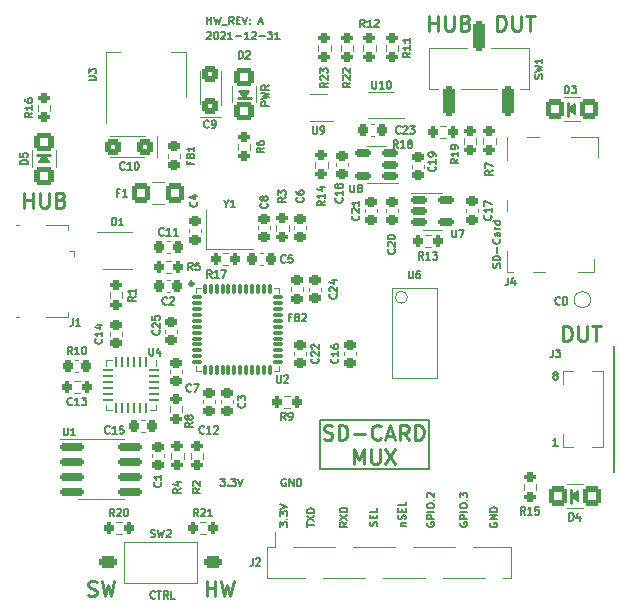
<source format=gto>
%TF.GenerationSoftware,KiCad,Pcbnew,6.0.0*%
%TF.CreationDate,2022-01-02T17:56:43-06:00*%
%TF.ProjectId,sd-card-mux,73642d63-6172-4642-9d6d-75782e6b6963,rev?*%
%TF.SameCoordinates,Original*%
%TF.FileFunction,Legend,Top*%
%TF.FilePolarity,Positive*%
%FSLAX46Y46*%
G04 Gerber Fmt 4.6, Leading zero omitted, Abs format (unit mm)*
G04 Created by KiCad (PCBNEW 6.0.0) date 2022-01-02 17:56:43*
%MOMM*%
%LPD*%
G01*
G04 APERTURE LIST*
G04 Aperture macros list*
%AMRoundRect*
0 Rectangle with rounded corners*
0 $1 Rounding radius*
0 $2 $3 $4 $5 $6 $7 $8 $9 X,Y pos of 4 corners*
0 Add a 4 corners polygon primitive as box body*
4,1,4,$2,$3,$4,$5,$6,$7,$8,$9,$2,$3,0*
0 Add four circle primitives for the rounded corners*
1,1,$1+$1,$2,$3*
1,1,$1+$1,$4,$5*
1,1,$1+$1,$6,$7*
1,1,$1+$1,$8,$9*
0 Add four rect primitives between the rounded corners*
20,1,$1+$1,$2,$3,$4,$5,0*
20,1,$1+$1,$4,$5,$6,$7,0*
20,1,$1+$1,$6,$7,$8,$9,0*
20,1,$1+$1,$8,$9,$2,$3,0*%
G04 Aperture macros list end*
%ADD10C,0.127000*%
%ADD11C,0.254000*%
%ADD12C,0.120000*%
%ADD13C,0.100000*%
%ADD14C,0.300000*%
%ADD15R,1.400000X1.200000*%
%ADD16R,1.400000X1.000000*%
%ADD17RoundRect,0.062500X-0.062500X0.350000X-0.062500X-0.350000X0.062500X-0.350000X0.062500X0.350000X0*%
%ADD18RoundRect,0.062500X-0.350000X0.062500X-0.350000X-0.062500X0.350000X-0.062500X0.350000X0.062500X0*%
%ADD19R,2.600000X2.600000*%
%ADD20RoundRect,0.225000X-0.250000X0.225000X-0.250000X-0.225000X0.250000X-0.225000X0.250000X0.225000X0*%
%ADD21RoundRect,0.200000X-0.200000X-0.275000X0.200000X-0.275000X0.200000X0.275000X-0.200000X0.275000X0*%
%ADD22R,1.000000X1.900000*%
%ADD23RoundRect,0.200000X-0.275000X0.200000X-0.275000X-0.200000X0.275000X-0.200000X0.275000X0.200000X0*%
%ADD24RoundRect,0.150000X0.512500X0.150000X-0.512500X0.150000X-0.512500X-0.150000X0.512500X-0.150000X0*%
%ADD25RoundRect,0.218750X0.256250X-0.218750X0.256250X0.218750X-0.256250X0.218750X-0.256250X-0.218750X0*%
%ADD26R,1.600000X3.300000*%
%ADD27RoundRect,0.250000X0.550000X0.575000X-0.550000X0.575000X-0.550000X-0.575000X0.550000X-0.575000X0*%
%ADD28R,1.500000X2.000000*%
%ADD29R,3.800000X2.000000*%
%ADD30C,1.000000*%
%ADD31RoundRect,0.250000X-0.550000X-0.575000X0.550000X-0.575000X0.550000X0.575000X-0.550000X0.575000X0*%
%ADD32C,3.200000*%
%ADD33RoundRect,0.225000X0.250000X-0.225000X0.250000X0.225000X-0.250000X0.225000X-0.250000X-0.225000X0*%
%ADD34RoundRect,0.250000X-0.575000X0.550000X-0.575000X-0.550000X0.575000X-0.550000X0.575000X0.550000X0*%
%ADD35RoundRect,0.200000X0.275000X-0.200000X0.275000X0.200000X-0.275000X0.200000X-0.275000X-0.200000X0*%
%ADD36RoundRect,0.075000X-0.350000X0.075000X-0.350000X-0.075000X0.350000X-0.075000X0.350000X0.075000X0*%
%ADD37RoundRect,0.075000X0.075000X0.350000X-0.075000X0.350000X-0.075000X-0.350000X0.075000X-0.350000X0*%
%ADD38RoundRect,0.075000X-0.075000X-0.350000X0.075000X-0.350000X0.075000X0.350000X-0.075000X0.350000X0*%
%ADD39C,0.660000*%
%ADD40R,5.400000X5.400000*%
%ADD41RoundRect,0.250000X0.450000X0.425000X-0.450000X0.425000X-0.450000X-0.425000X0.450000X-0.425000X0*%
%ADD42R,1.000000X0.300000*%
%ADD43R,1.300000X1.650000*%
%ADD44RoundRect,0.250000X-0.250000X-1.000000X0.250000X-1.000000X0.250000X1.000000X-0.250000X1.000000X0*%
%ADD45R,1.350000X0.400000*%
%ADD46R,1.900000X1.500000*%
%ADD47C,1.450000*%
%ADD48O,1.900000X1.200000*%
%ADD49R,1.900000X1.200000*%
%ADD50RoundRect,0.150000X-0.825000X-0.150000X0.825000X-0.150000X0.825000X0.150000X-0.825000X0.150000X0*%
%ADD51RoundRect,0.225000X-0.225000X-0.250000X0.225000X-0.250000X0.225000X0.250000X-0.225000X0.250000X0*%
%ADD52RoundRect,0.200000X0.200000X0.275000X-0.200000X0.275000X-0.200000X-0.275000X0.200000X-0.275000X0*%
%ADD53R,1.000000X0.500000*%
%ADD54R,0.780000X0.720000*%
%ADD55R,1.080000X1.050000*%
%ADD56R,1.200000X1.050000*%
%ADD57R,2.390000X1.050000*%
%ADD58R,0.550000X2.910000*%
%ADD59R,0.650000X0.400000*%
%ADD60R,1.500000X0.450000*%
%ADD61RoundRect,0.225000X0.225000X0.250000X-0.225000X0.250000X-0.225000X-0.250000X0.225000X-0.250000X0*%
%ADD62RoundRect,0.150000X-0.512500X-0.150000X0.512500X-0.150000X0.512500X0.150000X-0.512500X0.150000X0*%
%ADD63RoundRect,0.250000X0.425000X-0.450000X0.425000X0.450000X-0.425000X0.450000X-0.425000X-0.450000X0*%
%ADD64RoundRect,0.250000X0.575000X-0.550000X0.575000X0.550000X-0.575000X0.550000X-0.575000X-0.550000X0*%
%ADD65RoundRect,0.275000X-0.475000X0.275000X-0.475000X-0.275000X0.475000X-0.275000X0.475000X0.275000X0*%
%ADD66R,0.800000X0.300000*%
G04 APERTURE END LIST*
D10*
X157099000Y-108839000D02*
X147828000Y-108839000D01*
X147828000Y-104648000D02*
X157099000Y-104648000D01*
X147828000Y-108839000D02*
X147828000Y-104648000D01*
X172720000Y-98425000D02*
X172720000Y-109093000D01*
X157099000Y-104648000D02*
X157099000Y-108839000D01*
X167948428Y-106840273D02*
X167585571Y-106840273D01*
X167767000Y-106840273D02*
X167767000Y-106205273D01*
X167706523Y-106295988D01*
X167646047Y-106356464D01*
X167585571Y-106386702D01*
X133873119Y-119733785D02*
X133842880Y-119764023D01*
X133752166Y-119794261D01*
X133691690Y-119794261D01*
X133600976Y-119764023D01*
X133540500Y-119703547D01*
X133510261Y-119643071D01*
X133480023Y-119522119D01*
X133480023Y-119431404D01*
X133510261Y-119310452D01*
X133540500Y-119249976D01*
X133600976Y-119189500D01*
X133691690Y-119159261D01*
X133752166Y-119159261D01*
X133842880Y-119189500D01*
X133873119Y-119219738D01*
X134054547Y-119159261D02*
X134417404Y-119159261D01*
X134235976Y-119794261D02*
X134235976Y-119159261D01*
X134991928Y-119794261D02*
X134780261Y-119491880D01*
X134629071Y-119794261D02*
X134629071Y-119159261D01*
X134870976Y-119159261D01*
X134931452Y-119189500D01*
X134961690Y-119219738D01*
X134991928Y-119280214D01*
X134991928Y-119370928D01*
X134961690Y-119431404D01*
X134931452Y-119461642D01*
X134870976Y-119491880D01*
X134629071Y-119491880D01*
X135566452Y-119794261D02*
X135264071Y-119794261D01*
X135264071Y-119159261D01*
X146718261Y-113704309D02*
X146718261Y-113341452D01*
X147353261Y-113522880D02*
X146718261Y-113522880D01*
X146718261Y-113190261D02*
X147353261Y-112766928D01*
X146718261Y-112766928D02*
X147353261Y-113190261D01*
X147353261Y-112525023D02*
X146718261Y-112525023D01*
X146718261Y-112373833D01*
X146748500Y-112283119D01*
X146808976Y-112222642D01*
X146869452Y-112192404D01*
X146990404Y-112162166D01*
X147081119Y-112162166D01*
X147202071Y-112192404D01*
X147262547Y-112222642D01*
X147323023Y-112283119D01*
X147353261Y-112373833D01*
X147353261Y-112525023D01*
X162242500Y-113386809D02*
X162212261Y-113447285D01*
X162212261Y-113538000D01*
X162242500Y-113628714D01*
X162302976Y-113689190D01*
X162363452Y-113719428D01*
X162484404Y-113749666D01*
X162575119Y-113749666D01*
X162696071Y-113719428D01*
X162756547Y-113689190D01*
X162817023Y-113628714D01*
X162847261Y-113538000D01*
X162847261Y-113477523D01*
X162817023Y-113386809D01*
X162786785Y-113356571D01*
X162575119Y-113356571D01*
X162575119Y-113477523D01*
X162847261Y-113084428D02*
X162212261Y-113084428D01*
X162847261Y-112721571D01*
X162212261Y-112721571D01*
X162847261Y-112419190D02*
X162212261Y-112419190D01*
X162212261Y-112268000D01*
X162242500Y-112177285D01*
X162302976Y-112116809D01*
X162363452Y-112086571D01*
X162484404Y-112056333D01*
X162575119Y-112056333D01*
X162696071Y-112086571D01*
X162756547Y-112116809D01*
X162817023Y-112177285D01*
X162847261Y-112268000D01*
X162847261Y-112419190D01*
D11*
X122796904Y-86680523D02*
X122796904Y-85410523D01*
X122796904Y-86015285D02*
X123522619Y-86015285D01*
X123522619Y-86680523D02*
X123522619Y-85410523D01*
X124127380Y-85410523D02*
X124127380Y-86438619D01*
X124187857Y-86559571D01*
X124248333Y-86620047D01*
X124369285Y-86680523D01*
X124611190Y-86680523D01*
X124732142Y-86620047D01*
X124792619Y-86559571D01*
X124853095Y-86438619D01*
X124853095Y-85410523D01*
X125881190Y-86015285D02*
X126062619Y-86075761D01*
X126123095Y-86136238D01*
X126183571Y-86257190D01*
X126183571Y-86438619D01*
X126123095Y-86559571D01*
X126062619Y-86620047D01*
X125941666Y-86680523D01*
X125457857Y-86680523D01*
X125457857Y-85410523D01*
X125881190Y-85410523D01*
X126002142Y-85471000D01*
X126062619Y-85531476D01*
X126123095Y-85652428D01*
X126123095Y-85773380D01*
X126062619Y-85894333D01*
X126002142Y-85954809D01*
X125881190Y-86015285D01*
X125457857Y-86015285D01*
D10*
X144931190Y-109664500D02*
X144870714Y-109634261D01*
X144780000Y-109634261D01*
X144689285Y-109664500D01*
X144628809Y-109724976D01*
X144598571Y-109785452D01*
X144568333Y-109906404D01*
X144568333Y-109997119D01*
X144598571Y-110118071D01*
X144628809Y-110178547D01*
X144689285Y-110239023D01*
X144780000Y-110269261D01*
X144840476Y-110269261D01*
X144931190Y-110239023D01*
X144961428Y-110208785D01*
X144961428Y-109997119D01*
X144840476Y-109997119D01*
X145233571Y-110269261D02*
X145233571Y-109634261D01*
X145596428Y-110269261D01*
X145596428Y-109634261D01*
X145898809Y-110269261D02*
X145898809Y-109634261D01*
X146050000Y-109634261D01*
X146140714Y-109664500D01*
X146201190Y-109724976D01*
X146231428Y-109785452D01*
X146261666Y-109906404D01*
X146261666Y-109997119D01*
X146231428Y-110118071D01*
X146201190Y-110178547D01*
X146140714Y-110239023D01*
X146050000Y-110269261D01*
X145898809Y-110269261D01*
X168154047Y-94841785D02*
X168123809Y-94872023D01*
X168033095Y-94902261D01*
X167972619Y-94902261D01*
X167881904Y-94872023D01*
X167821428Y-94811547D01*
X167791190Y-94751071D01*
X167760952Y-94630119D01*
X167760952Y-94539404D01*
X167791190Y-94418452D01*
X167821428Y-94357976D01*
X167881904Y-94297500D01*
X167972619Y-94267261D01*
X168033095Y-94267261D01*
X168123809Y-94297500D01*
X168154047Y-94327738D01*
X168426190Y-94902261D02*
X168426190Y-94267261D01*
X168577380Y-94267261D01*
X168668095Y-94297500D01*
X168728571Y-94357976D01*
X168758809Y-94418452D01*
X168789047Y-94539404D01*
X168789047Y-94630119D01*
X168758809Y-94751071D01*
X168728571Y-94811547D01*
X168668095Y-94872023D01*
X168577380Y-94902261D01*
X168426190Y-94902261D01*
X150147261Y-113326333D02*
X149844880Y-113538000D01*
X150147261Y-113689190D02*
X149512261Y-113689190D01*
X149512261Y-113447285D01*
X149542500Y-113386809D01*
X149572738Y-113356571D01*
X149633214Y-113326333D01*
X149723928Y-113326333D01*
X149784404Y-113356571D01*
X149814642Y-113386809D01*
X149844880Y-113447285D01*
X149844880Y-113689190D01*
X149512261Y-113114666D02*
X150147261Y-112691333D01*
X149512261Y-112691333D02*
X150147261Y-113114666D01*
X150147261Y-112449428D02*
X149512261Y-112449428D01*
X149512261Y-112298238D01*
X149542500Y-112207523D01*
X149602976Y-112147047D01*
X149663452Y-112116809D01*
X149784404Y-112086571D01*
X149875119Y-112086571D01*
X149996071Y-112116809D01*
X150056547Y-112147047D01*
X150117023Y-112207523D01*
X150147261Y-112298238D01*
X150147261Y-112449428D01*
X167706523Y-100889416D02*
X167646047Y-100859178D01*
X167615809Y-100828940D01*
X167585571Y-100768464D01*
X167585571Y-100738226D01*
X167615809Y-100677750D01*
X167646047Y-100647512D01*
X167706523Y-100617273D01*
X167827476Y-100617273D01*
X167887952Y-100647512D01*
X167918190Y-100677750D01*
X167948428Y-100738226D01*
X167948428Y-100768464D01*
X167918190Y-100828940D01*
X167887952Y-100859178D01*
X167827476Y-100889416D01*
X167706523Y-100889416D01*
X167646047Y-100919654D01*
X167615809Y-100949892D01*
X167585571Y-101010369D01*
X167585571Y-101131321D01*
X167615809Y-101191797D01*
X167646047Y-101222035D01*
X167706523Y-101252273D01*
X167827476Y-101252273D01*
X167887952Y-101222035D01*
X167918190Y-101191797D01*
X167948428Y-101131321D01*
X167948428Y-101010369D01*
X167918190Y-100949892D01*
X167887952Y-100919654D01*
X167827476Y-100889416D01*
X138282740Y-71153261D02*
X138282740Y-70518261D01*
X138282740Y-70820642D02*
X138645597Y-70820642D01*
X138645597Y-71153261D02*
X138645597Y-70518261D01*
X138887502Y-70518261D02*
X139038692Y-71153261D01*
X139159645Y-70699690D01*
X139280597Y-71153261D01*
X139431788Y-70518261D01*
X139522502Y-71213738D02*
X140006311Y-71213738D01*
X140520359Y-71153261D02*
X140308692Y-70850880D01*
X140157502Y-71153261D02*
X140157502Y-70518261D01*
X140399407Y-70518261D01*
X140459883Y-70548500D01*
X140490121Y-70578738D01*
X140520359Y-70639214D01*
X140520359Y-70729928D01*
X140490121Y-70790404D01*
X140459883Y-70820642D01*
X140399407Y-70850880D01*
X140157502Y-70850880D01*
X140792502Y-70820642D02*
X141004169Y-70820642D01*
X141094883Y-71153261D02*
X140792502Y-71153261D01*
X140792502Y-70518261D01*
X141094883Y-70518261D01*
X141276311Y-70518261D02*
X141487978Y-71153261D01*
X141699645Y-70518261D01*
X141911311Y-71092785D02*
X141941550Y-71123023D01*
X141911311Y-71153261D01*
X141881073Y-71123023D01*
X141911311Y-71092785D01*
X141911311Y-71153261D01*
X141911311Y-70760166D02*
X141941550Y-70790404D01*
X141911311Y-70820642D01*
X141881073Y-70790404D01*
X141911311Y-70760166D01*
X141911311Y-70820642D01*
X142667264Y-70971833D02*
X142969645Y-70971833D01*
X142606788Y-71153261D02*
X142818454Y-70518261D01*
X143030121Y-71153261D01*
X152657023Y-113628714D02*
X152687261Y-113538000D01*
X152687261Y-113386809D01*
X152657023Y-113326333D01*
X152626785Y-113296095D01*
X152566309Y-113265857D01*
X152505833Y-113265857D01*
X152445357Y-113296095D01*
X152415119Y-113326333D01*
X152384880Y-113386809D01*
X152354642Y-113507761D01*
X152324404Y-113568238D01*
X152294166Y-113598476D01*
X152233690Y-113628714D01*
X152173214Y-113628714D01*
X152112738Y-113598476D01*
X152082500Y-113568238D01*
X152052261Y-113507761D01*
X152052261Y-113356571D01*
X152082500Y-113265857D01*
X152354642Y-112993714D02*
X152354642Y-112782047D01*
X152687261Y-112691333D02*
X152687261Y-112993714D01*
X152052261Y-112993714D01*
X152052261Y-112691333D01*
X152687261Y-112116809D02*
X152687261Y-112419190D01*
X152052261Y-112419190D01*
X138252502Y-71848738D02*
X138282740Y-71818500D01*
X138343216Y-71788261D01*
X138494407Y-71788261D01*
X138554883Y-71818500D01*
X138585121Y-71848738D01*
X138615359Y-71909214D01*
X138615359Y-71969690D01*
X138585121Y-72060404D01*
X138222264Y-72423261D01*
X138615359Y-72423261D01*
X139008454Y-71788261D02*
X139068930Y-71788261D01*
X139129407Y-71818500D01*
X139159645Y-71848738D01*
X139189883Y-71909214D01*
X139220121Y-72030166D01*
X139220121Y-72181357D01*
X139189883Y-72302309D01*
X139159645Y-72362785D01*
X139129407Y-72393023D01*
X139068930Y-72423261D01*
X139008454Y-72423261D01*
X138947978Y-72393023D01*
X138917740Y-72362785D01*
X138887502Y-72302309D01*
X138857264Y-72181357D01*
X138857264Y-72030166D01*
X138887502Y-71909214D01*
X138917740Y-71848738D01*
X138947978Y-71818500D01*
X139008454Y-71788261D01*
X139462026Y-71848738D02*
X139492264Y-71818500D01*
X139552740Y-71788261D01*
X139703930Y-71788261D01*
X139764407Y-71818500D01*
X139794645Y-71848738D01*
X139824883Y-71909214D01*
X139824883Y-71969690D01*
X139794645Y-72060404D01*
X139431788Y-72423261D01*
X139824883Y-72423261D01*
X140429645Y-72423261D02*
X140066788Y-72423261D01*
X140248216Y-72423261D02*
X140248216Y-71788261D01*
X140187740Y-71878976D01*
X140127264Y-71939452D01*
X140066788Y-71969690D01*
X140701788Y-72181357D02*
X141185597Y-72181357D01*
X141820597Y-72423261D02*
X141457740Y-72423261D01*
X141639169Y-72423261D02*
X141639169Y-71788261D01*
X141578692Y-71878976D01*
X141518216Y-71939452D01*
X141457740Y-71969690D01*
X142062502Y-71848738D02*
X142092740Y-71818500D01*
X142153216Y-71788261D01*
X142304407Y-71788261D01*
X142364883Y-71818500D01*
X142395121Y-71848738D01*
X142425359Y-71909214D01*
X142425359Y-71969690D01*
X142395121Y-72060404D01*
X142032264Y-72423261D01*
X142425359Y-72423261D01*
X142697502Y-72181357D02*
X143181311Y-72181357D01*
X143423216Y-71788261D02*
X143816311Y-71788261D01*
X143604645Y-72030166D01*
X143695359Y-72030166D01*
X143755835Y-72060404D01*
X143786073Y-72090642D01*
X143816311Y-72151119D01*
X143816311Y-72302309D01*
X143786073Y-72362785D01*
X143755835Y-72393023D01*
X143695359Y-72423261D01*
X143513930Y-72423261D01*
X143453454Y-72393023D01*
X143423216Y-72362785D01*
X144421073Y-72423261D02*
X144058216Y-72423261D01*
X144239645Y-72423261D02*
X144239645Y-71788261D01*
X144179169Y-71878976D01*
X144118692Y-71939452D01*
X144058216Y-71969690D01*
X156908500Y-113356571D02*
X156878261Y-113417047D01*
X156878261Y-113507761D01*
X156908500Y-113598476D01*
X156968976Y-113658952D01*
X157029452Y-113689190D01*
X157150404Y-113719428D01*
X157241119Y-113719428D01*
X157362071Y-113689190D01*
X157422547Y-113658952D01*
X157483023Y-113598476D01*
X157513261Y-113507761D01*
X157513261Y-113447285D01*
X157483023Y-113356571D01*
X157452785Y-113326333D01*
X157241119Y-113326333D01*
X157241119Y-113447285D01*
X157513261Y-113054190D02*
X156878261Y-113054190D01*
X156878261Y-112812285D01*
X156908500Y-112751809D01*
X156938738Y-112721571D01*
X156999214Y-112691333D01*
X157089928Y-112691333D01*
X157150404Y-112721571D01*
X157180642Y-112751809D01*
X157210880Y-112812285D01*
X157210880Y-113054190D01*
X157513261Y-112419190D02*
X156878261Y-112419190D01*
X156878261Y-111995857D02*
X156878261Y-111874904D01*
X156908500Y-111814428D01*
X156968976Y-111753952D01*
X157089928Y-111723714D01*
X157301595Y-111723714D01*
X157422547Y-111753952D01*
X157483023Y-111814428D01*
X157513261Y-111874904D01*
X157513261Y-111995857D01*
X157483023Y-112056333D01*
X157422547Y-112116809D01*
X157301595Y-112147047D01*
X157089928Y-112147047D01*
X156968976Y-112116809D01*
X156908500Y-112056333D01*
X156878261Y-111995857D01*
X157452785Y-111451571D02*
X157483023Y-111421333D01*
X157513261Y-111451571D01*
X157483023Y-111481809D01*
X157452785Y-111451571D01*
X157513261Y-111451571D01*
X156938738Y-111179428D02*
X156908500Y-111149190D01*
X156878261Y-111088714D01*
X156878261Y-110937523D01*
X156908500Y-110877047D01*
X156938738Y-110846809D01*
X156999214Y-110816571D01*
X157059690Y-110816571D01*
X157150404Y-110846809D01*
X157513261Y-111209666D01*
X157513261Y-110816571D01*
X144432261Y-113713380D02*
X144432261Y-113320285D01*
X144674166Y-113531952D01*
X144674166Y-113441238D01*
X144704404Y-113380761D01*
X144734642Y-113350523D01*
X144795119Y-113320285D01*
X144946309Y-113320285D01*
X145006785Y-113350523D01*
X145037023Y-113380761D01*
X145067261Y-113441238D01*
X145067261Y-113622666D01*
X145037023Y-113683142D01*
X145006785Y-113713380D01*
X145006785Y-113048142D02*
X145037023Y-113017904D01*
X145067261Y-113048142D01*
X145037023Y-113078380D01*
X145006785Y-113048142D01*
X145067261Y-113048142D01*
X144432261Y-112806238D02*
X144432261Y-112413142D01*
X144674166Y-112624809D01*
X144674166Y-112534095D01*
X144704404Y-112473619D01*
X144734642Y-112443380D01*
X144795119Y-112413142D01*
X144946309Y-112413142D01*
X145006785Y-112443380D01*
X145037023Y-112473619D01*
X145067261Y-112534095D01*
X145067261Y-112715523D01*
X145037023Y-112776000D01*
X145006785Y-112806238D01*
X144432261Y-112231714D02*
X145067261Y-112020047D01*
X144432261Y-111808380D01*
X163071023Y-91769595D02*
X163101261Y-91678880D01*
X163101261Y-91527690D01*
X163071023Y-91467214D01*
X163040785Y-91436976D01*
X162980309Y-91406738D01*
X162919833Y-91406738D01*
X162859357Y-91436976D01*
X162829119Y-91467214D01*
X162798880Y-91527690D01*
X162768642Y-91648642D01*
X162738404Y-91709119D01*
X162708166Y-91739357D01*
X162647690Y-91769595D01*
X162587214Y-91769595D01*
X162526738Y-91739357D01*
X162496500Y-91709119D01*
X162466261Y-91648642D01*
X162466261Y-91497452D01*
X162496500Y-91406738D01*
X163101261Y-91134595D02*
X162466261Y-91134595D01*
X162466261Y-90983404D01*
X162496500Y-90892690D01*
X162556976Y-90832214D01*
X162617452Y-90801976D01*
X162738404Y-90771738D01*
X162829119Y-90771738D01*
X162950071Y-90801976D01*
X163010547Y-90832214D01*
X163071023Y-90892690D01*
X163101261Y-90983404D01*
X163101261Y-91134595D01*
X162859357Y-90499595D02*
X162859357Y-90015785D01*
X163040785Y-89350547D02*
X163071023Y-89380785D01*
X163101261Y-89471500D01*
X163101261Y-89531976D01*
X163071023Y-89622690D01*
X163010547Y-89683166D01*
X162950071Y-89713404D01*
X162829119Y-89743642D01*
X162738404Y-89743642D01*
X162617452Y-89713404D01*
X162556976Y-89683166D01*
X162496500Y-89622690D01*
X162466261Y-89531976D01*
X162466261Y-89471500D01*
X162496500Y-89380785D01*
X162526738Y-89350547D01*
X163101261Y-88806261D02*
X162768642Y-88806261D01*
X162708166Y-88836500D01*
X162677928Y-88896976D01*
X162677928Y-89017928D01*
X162708166Y-89078404D01*
X163071023Y-88806261D02*
X163101261Y-88866738D01*
X163101261Y-89017928D01*
X163071023Y-89078404D01*
X163010547Y-89108642D01*
X162950071Y-89108642D01*
X162889595Y-89078404D01*
X162859357Y-89017928D01*
X162859357Y-88866738D01*
X162829119Y-88806261D01*
X163101261Y-88503880D02*
X162677928Y-88503880D01*
X162798880Y-88503880D02*
X162738404Y-88473642D01*
X162708166Y-88443404D01*
X162677928Y-88382928D01*
X162677928Y-88322452D01*
X163101261Y-87838642D02*
X162466261Y-87838642D01*
X163071023Y-87838642D02*
X163101261Y-87899119D01*
X163101261Y-88020071D01*
X163071023Y-88080547D01*
X163040785Y-88110785D01*
X162980309Y-88141023D01*
X162798880Y-88141023D01*
X162738404Y-88110785D01*
X162708166Y-88080547D01*
X162677928Y-88020071D01*
X162677928Y-87899119D01*
X162708166Y-87838642D01*
D11*
X157086904Y-71694523D02*
X157086904Y-70424523D01*
X157086904Y-71029285D02*
X157812619Y-71029285D01*
X157812619Y-71694523D02*
X157812619Y-70424523D01*
X158417380Y-70424523D02*
X158417380Y-71452619D01*
X158477857Y-71573571D01*
X158538333Y-71634047D01*
X158659285Y-71694523D01*
X158901190Y-71694523D01*
X159022142Y-71634047D01*
X159082619Y-71573571D01*
X159143095Y-71452619D01*
X159143095Y-70424523D01*
X160171190Y-71029285D02*
X160352619Y-71089761D01*
X160413095Y-71150238D01*
X160473571Y-71271190D01*
X160473571Y-71452619D01*
X160413095Y-71573571D01*
X160352619Y-71634047D01*
X160231666Y-71694523D01*
X159747857Y-71694523D01*
X159747857Y-70424523D01*
X160171190Y-70424523D01*
X160292142Y-70485000D01*
X160352619Y-70545476D01*
X160413095Y-70666428D01*
X160413095Y-70787380D01*
X160352619Y-70908333D01*
X160292142Y-70968809D01*
X160171190Y-71029285D01*
X159747857Y-71029285D01*
X128197428Y-119513047D02*
X128378857Y-119573523D01*
X128681238Y-119573523D01*
X128802190Y-119513047D01*
X128862666Y-119452571D01*
X128923142Y-119331619D01*
X128923142Y-119210666D01*
X128862666Y-119089714D01*
X128802190Y-119029238D01*
X128681238Y-118968761D01*
X128439333Y-118908285D01*
X128318380Y-118847809D01*
X128257904Y-118787333D01*
X128197428Y-118666380D01*
X128197428Y-118545428D01*
X128257904Y-118424476D01*
X128318380Y-118364000D01*
X128439333Y-118303523D01*
X128741714Y-118303523D01*
X128923142Y-118364000D01*
X129346476Y-118303523D02*
X129648857Y-119573523D01*
X129890761Y-118666380D01*
X130132666Y-119573523D01*
X130435047Y-118303523D01*
D10*
X159702500Y-113356571D02*
X159672261Y-113417047D01*
X159672261Y-113507761D01*
X159702500Y-113598476D01*
X159762976Y-113658952D01*
X159823452Y-113689190D01*
X159944404Y-113719428D01*
X160035119Y-113719428D01*
X160156071Y-113689190D01*
X160216547Y-113658952D01*
X160277023Y-113598476D01*
X160307261Y-113507761D01*
X160307261Y-113447285D01*
X160277023Y-113356571D01*
X160246785Y-113326333D01*
X160035119Y-113326333D01*
X160035119Y-113447285D01*
X160307261Y-113054190D02*
X159672261Y-113054190D01*
X159672261Y-112812285D01*
X159702500Y-112751809D01*
X159732738Y-112721571D01*
X159793214Y-112691333D01*
X159883928Y-112691333D01*
X159944404Y-112721571D01*
X159974642Y-112751809D01*
X160004880Y-112812285D01*
X160004880Y-113054190D01*
X160307261Y-112419190D02*
X159672261Y-112419190D01*
X159672261Y-111995857D02*
X159672261Y-111874904D01*
X159702500Y-111814428D01*
X159762976Y-111753952D01*
X159883928Y-111723714D01*
X160095595Y-111723714D01*
X160216547Y-111753952D01*
X160277023Y-111814428D01*
X160307261Y-111874904D01*
X160307261Y-111995857D01*
X160277023Y-112056333D01*
X160216547Y-112116809D01*
X160095595Y-112147047D01*
X159883928Y-112147047D01*
X159762976Y-112116809D01*
X159702500Y-112056333D01*
X159672261Y-111995857D01*
X160246785Y-111451571D02*
X160277023Y-111421333D01*
X160307261Y-111451571D01*
X160277023Y-111481809D01*
X160246785Y-111451571D01*
X160307261Y-111451571D01*
X159672261Y-111209666D02*
X159672261Y-110816571D01*
X159914166Y-111028238D01*
X159914166Y-110937523D01*
X159944404Y-110877047D01*
X159974642Y-110846809D01*
X160035119Y-110816571D01*
X160186309Y-110816571D01*
X160246785Y-110846809D01*
X160277023Y-110877047D01*
X160307261Y-110937523D01*
X160307261Y-111118952D01*
X160277023Y-111179428D01*
X160246785Y-111209666D01*
D11*
X138230428Y-119573523D02*
X138230428Y-118303523D01*
X138230428Y-118908285D02*
X138956142Y-118908285D01*
X138956142Y-119573523D02*
X138956142Y-118303523D01*
X139439952Y-118303523D02*
X139742333Y-119573523D01*
X139984238Y-118666380D01*
X140226142Y-119573523D01*
X140528523Y-118303523D01*
X148166666Y-106298697D02*
X148348095Y-106359173D01*
X148650476Y-106359173D01*
X148771428Y-106298697D01*
X148831904Y-106238221D01*
X148892380Y-106117269D01*
X148892380Y-105996316D01*
X148831904Y-105875364D01*
X148771428Y-105814888D01*
X148650476Y-105754411D01*
X148408571Y-105693935D01*
X148287619Y-105633459D01*
X148227142Y-105572983D01*
X148166666Y-105452030D01*
X148166666Y-105331078D01*
X148227142Y-105210126D01*
X148287619Y-105149650D01*
X148408571Y-105089173D01*
X148710952Y-105089173D01*
X148892380Y-105149650D01*
X149436666Y-106359173D02*
X149436666Y-105089173D01*
X149739047Y-105089173D01*
X149920476Y-105149650D01*
X150041428Y-105270602D01*
X150101904Y-105391554D01*
X150162380Y-105633459D01*
X150162380Y-105814888D01*
X150101904Y-106056792D01*
X150041428Y-106177745D01*
X149920476Y-106298697D01*
X149739047Y-106359173D01*
X149436666Y-106359173D01*
X150706666Y-105875364D02*
X151674285Y-105875364D01*
X153004761Y-106238221D02*
X152944285Y-106298697D01*
X152762857Y-106359173D01*
X152641904Y-106359173D01*
X152460476Y-106298697D01*
X152339523Y-106177745D01*
X152279047Y-106056792D01*
X152218571Y-105814888D01*
X152218571Y-105633459D01*
X152279047Y-105391554D01*
X152339523Y-105270602D01*
X152460476Y-105149650D01*
X152641904Y-105089173D01*
X152762857Y-105089173D01*
X152944285Y-105149650D01*
X153004761Y-105210126D01*
X153488571Y-105996316D02*
X154093333Y-105996316D01*
X153367619Y-106359173D02*
X153790952Y-105089173D01*
X154214285Y-106359173D01*
X155363333Y-106359173D02*
X154940000Y-105754411D01*
X154637619Y-106359173D02*
X154637619Y-105089173D01*
X155121428Y-105089173D01*
X155242380Y-105149650D01*
X155302857Y-105210126D01*
X155363333Y-105331078D01*
X155363333Y-105512507D01*
X155302857Y-105633459D01*
X155242380Y-105693935D01*
X155121428Y-105754411D01*
X154637619Y-105754411D01*
X155907619Y-106359173D02*
X155907619Y-105089173D01*
X156210000Y-105089173D01*
X156391428Y-105149650D01*
X156512380Y-105270602D01*
X156572857Y-105391554D01*
X156633333Y-105633459D01*
X156633333Y-105814888D01*
X156572857Y-106056792D01*
X156512380Y-106177745D01*
X156391428Y-106298697D01*
X156210000Y-106359173D01*
X155907619Y-106359173D01*
X150706666Y-108403873D02*
X150706666Y-107133873D01*
X151130000Y-108041016D01*
X151553333Y-107133873D01*
X151553333Y-108403873D01*
X152158095Y-107133873D02*
X152158095Y-108161969D01*
X152218571Y-108282921D01*
X152279047Y-108343397D01*
X152400000Y-108403873D01*
X152641904Y-108403873D01*
X152762857Y-108343397D01*
X152823333Y-108282921D01*
X152883809Y-108161969D01*
X152883809Y-107133873D01*
X153367619Y-107133873D02*
X154214285Y-108403873D01*
X154214285Y-107133873D02*
X153367619Y-108403873D01*
D10*
X154676928Y-113631738D02*
X155100261Y-113631738D01*
X154737404Y-113631738D02*
X154707166Y-113601500D01*
X154676928Y-113541023D01*
X154676928Y-113450309D01*
X154707166Y-113389833D01*
X154767642Y-113359595D01*
X155100261Y-113359595D01*
X155070023Y-113087452D02*
X155100261Y-112996738D01*
X155100261Y-112845547D01*
X155070023Y-112785071D01*
X155039785Y-112754833D01*
X154979309Y-112724595D01*
X154918833Y-112724595D01*
X154858357Y-112754833D01*
X154828119Y-112785071D01*
X154797880Y-112845547D01*
X154767642Y-112966500D01*
X154737404Y-113026976D01*
X154707166Y-113057214D01*
X154646690Y-113087452D01*
X154586214Y-113087452D01*
X154525738Y-113057214D01*
X154495500Y-113026976D01*
X154465261Y-112966500D01*
X154465261Y-112815309D01*
X154495500Y-112724595D01*
X154767642Y-112452452D02*
X154767642Y-112240785D01*
X155100261Y-112150071D02*
X155100261Y-112452452D01*
X154465261Y-112452452D01*
X154465261Y-112150071D01*
X155100261Y-111575547D02*
X155100261Y-111877928D01*
X154465261Y-111877928D01*
D11*
X162856333Y-71694523D02*
X162856333Y-70424523D01*
X163158714Y-70424523D01*
X163340142Y-70485000D01*
X163461095Y-70605952D01*
X163521571Y-70726904D01*
X163582047Y-70968809D01*
X163582047Y-71150238D01*
X163521571Y-71392142D01*
X163461095Y-71513095D01*
X163340142Y-71634047D01*
X163158714Y-71694523D01*
X162856333Y-71694523D01*
X164126333Y-70424523D02*
X164126333Y-71452619D01*
X164186809Y-71573571D01*
X164247285Y-71634047D01*
X164368238Y-71694523D01*
X164610142Y-71694523D01*
X164731095Y-71634047D01*
X164791571Y-71573571D01*
X164852047Y-71452619D01*
X164852047Y-70424523D01*
X165275380Y-70424523D02*
X166001095Y-70424523D01*
X165638238Y-71694523D02*
X165638238Y-70424523D01*
D10*
X139397619Y-109634261D02*
X139790714Y-109634261D01*
X139579047Y-109876166D01*
X139669761Y-109876166D01*
X139730238Y-109906404D01*
X139760476Y-109936642D01*
X139790714Y-109997119D01*
X139790714Y-110148309D01*
X139760476Y-110208785D01*
X139730238Y-110239023D01*
X139669761Y-110269261D01*
X139488333Y-110269261D01*
X139427857Y-110239023D01*
X139397619Y-110208785D01*
X140062857Y-110208785D02*
X140093095Y-110239023D01*
X140062857Y-110269261D01*
X140032619Y-110239023D01*
X140062857Y-110208785D01*
X140062857Y-110269261D01*
X140304761Y-109634261D02*
X140697857Y-109634261D01*
X140486190Y-109876166D01*
X140576904Y-109876166D01*
X140637380Y-109906404D01*
X140667619Y-109936642D01*
X140697857Y-109997119D01*
X140697857Y-110148309D01*
X140667619Y-110208785D01*
X140637380Y-110239023D01*
X140576904Y-110269261D01*
X140395476Y-110269261D01*
X140335000Y-110239023D01*
X140304761Y-110208785D01*
X140879285Y-109634261D02*
X141090952Y-110269261D01*
X141302619Y-109634261D01*
X143507261Y-78062666D02*
X142872261Y-78062666D01*
X142872261Y-77820761D01*
X142902500Y-77760285D01*
X142932738Y-77730047D01*
X142993214Y-77699809D01*
X143083928Y-77699809D01*
X143144404Y-77730047D01*
X143174642Y-77760285D01*
X143204880Y-77820761D01*
X143204880Y-78062666D01*
X142872261Y-77488142D02*
X143507261Y-77336952D01*
X143053690Y-77216000D01*
X143507261Y-77095047D01*
X142872261Y-76943857D01*
X143507261Y-76339095D02*
X143204880Y-76550761D01*
X143507261Y-76701952D02*
X142872261Y-76701952D01*
X142872261Y-76460047D01*
X142902500Y-76399571D01*
X142932738Y-76369333D01*
X142993214Y-76339095D01*
X143083928Y-76339095D01*
X143144404Y-76369333D01*
X143174642Y-76399571D01*
X143204880Y-76460047D01*
X143204880Y-76701952D01*
D11*
X168444333Y-97983523D02*
X168444333Y-96713523D01*
X168746714Y-96713523D01*
X168928142Y-96774000D01*
X169049095Y-96894952D01*
X169109571Y-97015904D01*
X169170047Y-97257809D01*
X169170047Y-97439238D01*
X169109571Y-97681142D01*
X169049095Y-97802095D01*
X168928142Y-97923047D01*
X168746714Y-97983523D01*
X168444333Y-97983523D01*
X169714333Y-96713523D02*
X169714333Y-97741619D01*
X169774809Y-97862571D01*
X169835285Y-97923047D01*
X169956238Y-97983523D01*
X170198142Y-97983523D01*
X170319095Y-97923047D01*
X170379571Y-97862571D01*
X170440047Y-97741619D01*
X170440047Y-96713523D01*
X170863380Y-96713523D02*
X171589095Y-96713523D01*
X171226238Y-97983523D02*
X171226238Y-96713523D01*
D10*
%TO.C,D1*%
X130234309Y-88204261D02*
X130234309Y-87569261D01*
X130385500Y-87569261D01*
X130476214Y-87599500D01*
X130536690Y-87659976D01*
X130566928Y-87720452D01*
X130597166Y-87841404D01*
X130597166Y-87932119D01*
X130566928Y-88053071D01*
X130536690Y-88113547D01*
X130476214Y-88174023D01*
X130385500Y-88204261D01*
X130234309Y-88204261D01*
X131201928Y-88204261D02*
X130839071Y-88204261D01*
X131020500Y-88204261D02*
X131020500Y-87569261D01*
X130960023Y-87659976D01*
X130899547Y-87720452D01*
X130839071Y-87750690D01*
%TO.C,U4*%
X133374190Y-98585261D02*
X133374190Y-99099309D01*
X133404428Y-99159785D01*
X133434666Y-99190023D01*
X133495142Y-99220261D01*
X133616095Y-99220261D01*
X133676571Y-99190023D01*
X133706809Y-99159785D01*
X133737047Y-99099309D01*
X133737047Y-98585261D01*
X134311571Y-98796928D02*
X134311571Y-99220261D01*
X134160380Y-98555023D02*
X134009190Y-99008595D01*
X134402285Y-99008595D01*
%TO.C,C4*%
X137386785Y-86211833D02*
X137417023Y-86242071D01*
X137447261Y-86332785D01*
X137447261Y-86393261D01*
X137417023Y-86483976D01*
X137356547Y-86544452D01*
X137296071Y-86574690D01*
X137175119Y-86604928D01*
X137084404Y-86604928D01*
X136963452Y-86574690D01*
X136902976Y-86544452D01*
X136842500Y-86483976D01*
X136812261Y-86393261D01*
X136812261Y-86332785D01*
X136842500Y-86242071D01*
X136872738Y-86211833D01*
X137023928Y-85667547D02*
X137447261Y-85667547D01*
X136782023Y-85818738D02*
X137235595Y-85969928D01*
X137235595Y-85576833D01*
%TO.C,R10*%
X126845785Y-99093261D02*
X126634119Y-98790880D01*
X126482928Y-99093261D02*
X126482928Y-98458261D01*
X126724833Y-98458261D01*
X126785309Y-98488500D01*
X126815547Y-98518738D01*
X126845785Y-98579214D01*
X126845785Y-98669928D01*
X126815547Y-98730404D01*
X126785309Y-98760642D01*
X126724833Y-98790880D01*
X126482928Y-98790880D01*
X127450547Y-99093261D02*
X127087690Y-99093261D01*
X127269119Y-99093261D02*
X127269119Y-98458261D01*
X127208642Y-98548976D01*
X127148166Y-98609452D01*
X127087690Y-98639690D01*
X127843642Y-98458261D02*
X127904119Y-98458261D01*
X127964595Y-98488500D01*
X127994833Y-98518738D01*
X128025071Y-98579214D01*
X128055309Y-98700166D01*
X128055309Y-98851357D01*
X128025071Y-98972309D01*
X127994833Y-99032785D01*
X127964595Y-99063023D01*
X127904119Y-99093261D01*
X127843642Y-99093261D01*
X127783166Y-99063023D01*
X127752928Y-99032785D01*
X127722690Y-98972309D01*
X127692452Y-98851357D01*
X127692452Y-98700166D01*
X127722690Y-98579214D01*
X127752928Y-98518738D01*
X127783166Y-98488500D01*
X127843642Y-98458261D01*
%TO.C,J2*%
X142155333Y-116365261D02*
X142155333Y-116818833D01*
X142125095Y-116909547D01*
X142064619Y-116970023D01*
X141973904Y-117000261D01*
X141913428Y-117000261D01*
X142427476Y-116425738D02*
X142457714Y-116395500D01*
X142518190Y-116365261D01*
X142669380Y-116365261D01*
X142729857Y-116395500D01*
X142760095Y-116425738D01*
X142790333Y-116486214D01*
X142790333Y-116546690D01*
X142760095Y-116637404D01*
X142397238Y-117000261D01*
X142790333Y-117000261D01*
%TO.C,R16*%
X123477261Y-78640214D02*
X123174880Y-78851880D01*
X123477261Y-79003071D02*
X122842261Y-79003071D01*
X122842261Y-78761166D01*
X122872500Y-78700690D01*
X122902738Y-78670452D01*
X122963214Y-78640214D01*
X123053928Y-78640214D01*
X123114404Y-78670452D01*
X123144642Y-78700690D01*
X123174880Y-78761166D01*
X123174880Y-79003071D01*
X123477261Y-78035452D02*
X123477261Y-78398309D01*
X123477261Y-78216880D02*
X122842261Y-78216880D01*
X122932976Y-78277357D01*
X122993452Y-78337833D01*
X123023690Y-78398309D01*
X122842261Y-77491166D02*
X122842261Y-77612119D01*
X122872500Y-77672595D01*
X122902738Y-77702833D01*
X122993452Y-77763309D01*
X123114404Y-77793547D01*
X123356309Y-77793547D01*
X123416785Y-77763309D01*
X123447023Y-77733071D01*
X123477261Y-77672595D01*
X123477261Y-77551642D01*
X123447023Y-77491166D01*
X123416785Y-77460928D01*
X123356309Y-77430690D01*
X123205119Y-77430690D01*
X123144642Y-77460928D01*
X123114404Y-77491166D01*
X123084166Y-77551642D01*
X123084166Y-77672595D01*
X123114404Y-77733071D01*
X123144642Y-77763309D01*
X123205119Y-77793547D01*
%TO.C,U8*%
X150392190Y-84742261D02*
X150392190Y-85256309D01*
X150422428Y-85316785D01*
X150452666Y-85347023D01*
X150513142Y-85377261D01*
X150634095Y-85377261D01*
X150694571Y-85347023D01*
X150724809Y-85316785D01*
X150755047Y-85256309D01*
X150755047Y-84742261D01*
X151148142Y-85014404D02*
X151087666Y-84984166D01*
X151057428Y-84953928D01*
X151027190Y-84893452D01*
X151027190Y-84863214D01*
X151057428Y-84802738D01*
X151087666Y-84772500D01*
X151148142Y-84742261D01*
X151269095Y-84742261D01*
X151329571Y-84772500D01*
X151359809Y-84802738D01*
X151390047Y-84863214D01*
X151390047Y-84893452D01*
X151359809Y-84953928D01*
X151329571Y-84984166D01*
X151269095Y-85014404D01*
X151148142Y-85014404D01*
X151087666Y-85044642D01*
X151057428Y-85074880D01*
X151027190Y-85135357D01*
X151027190Y-85256309D01*
X151057428Y-85316785D01*
X151087666Y-85347023D01*
X151148142Y-85377261D01*
X151269095Y-85377261D01*
X151329571Y-85347023D01*
X151359809Y-85316785D01*
X151390047Y-85256309D01*
X151390047Y-85135357D01*
X151359809Y-85074880D01*
X151329571Y-85044642D01*
X151269095Y-85014404D01*
%TO.C,FB1*%
X136860642Y-82825166D02*
X136860642Y-83036833D01*
X137193261Y-83036833D02*
X136558261Y-83036833D01*
X136558261Y-82734452D01*
X136860642Y-82280880D02*
X136890880Y-82190166D01*
X136921119Y-82159928D01*
X136981595Y-82129690D01*
X137072309Y-82129690D01*
X137132785Y-82159928D01*
X137163023Y-82190166D01*
X137193261Y-82250642D01*
X137193261Y-82492547D01*
X136558261Y-82492547D01*
X136558261Y-82280880D01*
X136588500Y-82220404D01*
X136618738Y-82190166D01*
X136679214Y-82159928D01*
X136739690Y-82159928D01*
X136800166Y-82190166D01*
X136830404Y-82220404D01*
X136860642Y-82280880D01*
X136860642Y-82492547D01*
X137193261Y-81524928D02*
X137193261Y-81887785D01*
X137193261Y-81706357D02*
X136558261Y-81706357D01*
X136648976Y-81766833D01*
X136709452Y-81827309D01*
X136739690Y-81887785D01*
%TO.C,F1*%
X130852333Y-85425642D02*
X130640666Y-85425642D01*
X130640666Y-85758261D02*
X130640666Y-85123261D01*
X130943047Y-85123261D01*
X131517571Y-85758261D02*
X131154714Y-85758261D01*
X131336142Y-85758261D02*
X131336142Y-85123261D01*
X131275666Y-85213976D01*
X131215190Y-85274452D01*
X131154714Y-85304690D01*
%TO.C,U3*%
X128248261Y-75921809D02*
X128762309Y-75921809D01*
X128822785Y-75891571D01*
X128853023Y-75861333D01*
X128883261Y-75800857D01*
X128883261Y-75679904D01*
X128853023Y-75619428D01*
X128822785Y-75589190D01*
X128762309Y-75558952D01*
X128248261Y-75558952D01*
X128248261Y-75317047D02*
X128248261Y-74923952D01*
X128490166Y-75135619D01*
X128490166Y-75044904D01*
X128520404Y-74984428D01*
X128550642Y-74954190D01*
X128611119Y-74923952D01*
X128762309Y-74923952D01*
X128822785Y-74954190D01*
X128853023Y-74984428D01*
X128883261Y-75044904D01*
X128883261Y-75226333D01*
X128853023Y-75286809D01*
X128822785Y-75317047D01*
%TO.C,D4*%
X168949309Y-113190261D02*
X168949309Y-112555261D01*
X169100500Y-112555261D01*
X169191214Y-112585500D01*
X169251690Y-112645976D01*
X169281928Y-112706452D01*
X169312166Y-112827404D01*
X169312166Y-112918119D01*
X169281928Y-113039071D01*
X169251690Y-113099547D01*
X169191214Y-113160023D01*
X169100500Y-113190261D01*
X168949309Y-113190261D01*
X169856452Y-112766928D02*
X169856452Y-113190261D01*
X169705261Y-112525023D02*
X169554071Y-112978595D01*
X169947166Y-112978595D01*
%TO.C,C14*%
X129352785Y-97804214D02*
X129383023Y-97834452D01*
X129413261Y-97925166D01*
X129413261Y-97985642D01*
X129383023Y-98076357D01*
X129322547Y-98136833D01*
X129262071Y-98167071D01*
X129141119Y-98197309D01*
X129050404Y-98197309D01*
X128929452Y-98167071D01*
X128868976Y-98136833D01*
X128808500Y-98076357D01*
X128778261Y-97985642D01*
X128778261Y-97925166D01*
X128808500Y-97834452D01*
X128838738Y-97804214D01*
X129413261Y-97199452D02*
X129413261Y-97562309D01*
X129413261Y-97380880D02*
X128778261Y-97380880D01*
X128868976Y-97441357D01*
X128929452Y-97501833D01*
X128959690Y-97562309D01*
X128989928Y-96655166D02*
X129413261Y-96655166D01*
X128748023Y-96806357D02*
X129201595Y-96957547D01*
X129201595Y-96564452D01*
%TO.C,D5*%
X123096261Y-83018690D02*
X122461261Y-83018690D01*
X122461261Y-82867500D01*
X122491500Y-82776785D01*
X122551976Y-82716309D01*
X122612452Y-82686071D01*
X122733404Y-82655833D01*
X122824119Y-82655833D01*
X122945071Y-82686071D01*
X123005547Y-82716309D01*
X123066023Y-82776785D01*
X123096261Y-82867500D01*
X123096261Y-83018690D01*
X122461261Y-82081309D02*
X122461261Y-82383690D01*
X122763642Y-82413928D01*
X122733404Y-82383690D01*
X122703166Y-82323214D01*
X122703166Y-82172023D01*
X122733404Y-82111547D01*
X122763642Y-82081309D01*
X122824119Y-82051071D01*
X122975309Y-82051071D01*
X123035785Y-82081309D01*
X123066023Y-82111547D01*
X123096261Y-82172023D01*
X123096261Y-82323214D01*
X123066023Y-82383690D01*
X123035785Y-82413928D01*
%TO.C,C20*%
X154146785Y-90217214D02*
X154177023Y-90247452D01*
X154207261Y-90338166D01*
X154207261Y-90398642D01*
X154177023Y-90489357D01*
X154116547Y-90549833D01*
X154056071Y-90580071D01*
X153935119Y-90610309D01*
X153844404Y-90610309D01*
X153723452Y-90580071D01*
X153662976Y-90549833D01*
X153602500Y-90489357D01*
X153572261Y-90398642D01*
X153572261Y-90338166D01*
X153602500Y-90247452D01*
X153632738Y-90217214D01*
X153632738Y-89975309D02*
X153602500Y-89945071D01*
X153572261Y-89884595D01*
X153572261Y-89733404D01*
X153602500Y-89672928D01*
X153632738Y-89642690D01*
X153693214Y-89612452D01*
X153753690Y-89612452D01*
X153844404Y-89642690D01*
X154207261Y-90005547D01*
X154207261Y-89612452D01*
X153572261Y-89219357D02*
X153572261Y-89158880D01*
X153602500Y-89098404D01*
X153632738Y-89068166D01*
X153693214Y-89037928D01*
X153814166Y-89007690D01*
X153965357Y-89007690D01*
X154086309Y-89037928D01*
X154146785Y-89068166D01*
X154177023Y-89098404D01*
X154207261Y-89158880D01*
X154207261Y-89219357D01*
X154177023Y-89279833D01*
X154146785Y-89310071D01*
X154086309Y-89340309D01*
X153965357Y-89370547D01*
X153814166Y-89370547D01*
X153693214Y-89340309D01*
X153632738Y-89310071D01*
X153602500Y-89279833D01*
X153572261Y-89219357D01*
%TO.C,R2*%
X137701261Y-110468833D02*
X137398880Y-110680500D01*
X137701261Y-110831690D02*
X137066261Y-110831690D01*
X137066261Y-110589785D01*
X137096500Y-110529309D01*
X137126738Y-110499071D01*
X137187214Y-110468833D01*
X137277928Y-110468833D01*
X137338404Y-110499071D01*
X137368642Y-110529309D01*
X137398880Y-110589785D01*
X137398880Y-110831690D01*
X137126738Y-110226928D02*
X137096500Y-110196690D01*
X137066261Y-110136214D01*
X137066261Y-109985023D01*
X137096500Y-109924547D01*
X137126738Y-109894309D01*
X137187214Y-109864071D01*
X137247690Y-109864071D01*
X137338404Y-109894309D01*
X137701261Y-110257166D01*
X137701261Y-109864071D01*
%TO.C,C21*%
X151102785Y-87358214D02*
X151133023Y-87388452D01*
X151163261Y-87479166D01*
X151163261Y-87539642D01*
X151133023Y-87630357D01*
X151072547Y-87690833D01*
X151012071Y-87721071D01*
X150891119Y-87751309D01*
X150800404Y-87751309D01*
X150679452Y-87721071D01*
X150618976Y-87690833D01*
X150558500Y-87630357D01*
X150528261Y-87539642D01*
X150528261Y-87479166D01*
X150558500Y-87388452D01*
X150588738Y-87358214D01*
X150588738Y-87116309D02*
X150558500Y-87086071D01*
X150528261Y-87025595D01*
X150528261Y-86874404D01*
X150558500Y-86813928D01*
X150588738Y-86783690D01*
X150649214Y-86753452D01*
X150709690Y-86753452D01*
X150800404Y-86783690D01*
X151163261Y-87146547D01*
X151163261Y-86753452D01*
X151163261Y-86148690D02*
X151163261Y-86511547D01*
X151163261Y-86330119D02*
X150528261Y-86330119D01*
X150618976Y-86390595D01*
X150679452Y-86451071D01*
X150709690Y-86511547D01*
%TO.C,FB2*%
X145393833Y-95966642D02*
X145182166Y-95966642D01*
X145182166Y-96299261D02*
X145182166Y-95664261D01*
X145484547Y-95664261D01*
X145938119Y-95966642D02*
X146028833Y-95996880D01*
X146059071Y-96027119D01*
X146089309Y-96087595D01*
X146089309Y-96178309D01*
X146059071Y-96238785D01*
X146028833Y-96269023D01*
X145968357Y-96299261D01*
X145726452Y-96299261D01*
X145726452Y-95664261D01*
X145938119Y-95664261D01*
X145998595Y-95694500D01*
X146028833Y-95724738D01*
X146059071Y-95785214D01*
X146059071Y-95845690D01*
X146028833Y-95906166D01*
X145998595Y-95936404D01*
X145938119Y-95966642D01*
X145726452Y-95966642D01*
X146331214Y-95724738D02*
X146361452Y-95694500D01*
X146421928Y-95664261D01*
X146573119Y-95664261D01*
X146633595Y-95694500D01*
X146663833Y-95724738D01*
X146694071Y-95785214D01*
X146694071Y-95845690D01*
X146663833Y-95936404D01*
X146300976Y-96299261D01*
X146694071Y-96299261D01*
%TO.C,R19*%
X159545261Y-82577214D02*
X159242880Y-82788880D01*
X159545261Y-82940071D02*
X158910261Y-82940071D01*
X158910261Y-82698166D01*
X158940500Y-82637690D01*
X158970738Y-82607452D01*
X159031214Y-82577214D01*
X159121928Y-82577214D01*
X159182404Y-82607452D01*
X159212642Y-82637690D01*
X159242880Y-82698166D01*
X159242880Y-82940071D01*
X159545261Y-81972452D02*
X159545261Y-82335309D01*
X159545261Y-82153880D02*
X158910261Y-82153880D01*
X159000976Y-82214357D01*
X159061452Y-82274833D01*
X159091690Y-82335309D01*
X159545261Y-81670071D02*
X159545261Y-81549119D01*
X159515023Y-81488642D01*
X159484785Y-81458404D01*
X159394071Y-81397928D01*
X159273119Y-81367690D01*
X159031214Y-81367690D01*
X158970738Y-81397928D01*
X158940500Y-81428166D01*
X158910261Y-81488642D01*
X158910261Y-81609595D01*
X158940500Y-81670071D01*
X158970738Y-81700309D01*
X159031214Y-81730547D01*
X159182404Y-81730547D01*
X159242880Y-81700309D01*
X159273119Y-81670071D01*
X159303357Y-81609595D01*
X159303357Y-81488642D01*
X159273119Y-81428166D01*
X159242880Y-81397928D01*
X159182404Y-81367690D01*
%TO.C,D3*%
X168568309Y-76995261D02*
X168568309Y-76360261D01*
X168719500Y-76360261D01*
X168810214Y-76390500D01*
X168870690Y-76450976D01*
X168900928Y-76511452D01*
X168931166Y-76632404D01*
X168931166Y-76723119D01*
X168900928Y-76844071D01*
X168870690Y-76904547D01*
X168810214Y-76965023D01*
X168719500Y-76995261D01*
X168568309Y-76995261D01*
X169142833Y-76360261D02*
X169535928Y-76360261D01*
X169324261Y-76602166D01*
X169414976Y-76602166D01*
X169475452Y-76632404D01*
X169505690Y-76662642D01*
X169535928Y-76723119D01*
X169535928Y-76874309D01*
X169505690Y-76934785D01*
X169475452Y-76965023D01*
X169414976Y-76995261D01*
X169233547Y-76995261D01*
X169173071Y-76965023D01*
X169142833Y-76934785D01*
%TO.C,C8*%
X143355785Y-86338833D02*
X143386023Y-86369071D01*
X143416261Y-86459785D01*
X143416261Y-86520261D01*
X143386023Y-86610976D01*
X143325547Y-86671452D01*
X143265071Y-86701690D01*
X143144119Y-86731928D01*
X143053404Y-86731928D01*
X142932452Y-86701690D01*
X142871976Y-86671452D01*
X142811500Y-86610976D01*
X142781261Y-86520261D01*
X142781261Y-86459785D01*
X142811500Y-86369071D01*
X142841738Y-86338833D01*
X143053404Y-85975976D02*
X143023166Y-86036452D01*
X142992928Y-86066690D01*
X142932452Y-86096928D01*
X142902214Y-86096928D01*
X142841738Y-86066690D01*
X142811500Y-86036452D01*
X142781261Y-85975976D01*
X142781261Y-85855023D01*
X142811500Y-85794547D01*
X142841738Y-85764309D01*
X142902214Y-85734071D01*
X142932452Y-85734071D01*
X142992928Y-85764309D01*
X143023166Y-85794547D01*
X143053404Y-85855023D01*
X143053404Y-85975976D01*
X143083642Y-86036452D01*
X143113880Y-86066690D01*
X143174357Y-86096928D01*
X143295309Y-86096928D01*
X143355785Y-86066690D01*
X143386023Y-86036452D01*
X143416261Y-85975976D01*
X143416261Y-85855023D01*
X143386023Y-85794547D01*
X143355785Y-85764309D01*
X143295309Y-85734071D01*
X143174357Y-85734071D01*
X143113880Y-85764309D01*
X143083642Y-85794547D01*
X143053404Y-85855023D01*
%TO.C,U2*%
X144169190Y-100871261D02*
X144169190Y-101385309D01*
X144199428Y-101445785D01*
X144229666Y-101476023D01*
X144290142Y-101506261D01*
X144411095Y-101506261D01*
X144471571Y-101476023D01*
X144501809Y-101445785D01*
X144532047Y-101385309D01*
X144532047Y-100871261D01*
X144804190Y-100931738D02*
X144834428Y-100901500D01*
X144894904Y-100871261D01*
X145046095Y-100871261D01*
X145106571Y-100901500D01*
X145136809Y-100931738D01*
X145167047Y-100992214D01*
X145167047Y-101052690D01*
X145136809Y-101143404D01*
X144773952Y-101506261D01*
X145167047Y-101506261D01*
%TO.C,R22*%
X150401261Y-76100214D02*
X150098880Y-76311880D01*
X150401261Y-76463071D02*
X149766261Y-76463071D01*
X149766261Y-76221166D01*
X149796500Y-76160690D01*
X149826738Y-76130452D01*
X149887214Y-76100214D01*
X149977928Y-76100214D01*
X150038404Y-76130452D01*
X150068642Y-76160690D01*
X150098880Y-76221166D01*
X150098880Y-76463071D01*
X149826738Y-75858309D02*
X149796500Y-75828071D01*
X149766261Y-75767595D01*
X149766261Y-75616404D01*
X149796500Y-75555928D01*
X149826738Y-75525690D01*
X149887214Y-75495452D01*
X149947690Y-75495452D01*
X150038404Y-75525690D01*
X150401261Y-75888547D01*
X150401261Y-75495452D01*
X149826738Y-75253547D02*
X149796500Y-75223309D01*
X149766261Y-75162833D01*
X149766261Y-75011642D01*
X149796500Y-74951166D01*
X149826738Y-74920928D01*
X149887214Y-74890690D01*
X149947690Y-74890690D01*
X150038404Y-74920928D01*
X150401261Y-75283785D01*
X150401261Y-74890690D01*
%TO.C,R9*%
X144928166Y-104681261D02*
X144716500Y-104378880D01*
X144565309Y-104681261D02*
X144565309Y-104046261D01*
X144807214Y-104046261D01*
X144867690Y-104076500D01*
X144897928Y-104106738D01*
X144928166Y-104167214D01*
X144928166Y-104257928D01*
X144897928Y-104318404D01*
X144867690Y-104348642D01*
X144807214Y-104378880D01*
X144565309Y-104378880D01*
X145230547Y-104681261D02*
X145351500Y-104681261D01*
X145411976Y-104651023D01*
X145442214Y-104620785D01*
X145502690Y-104530071D01*
X145532928Y-104409119D01*
X145532928Y-104167214D01*
X145502690Y-104106738D01*
X145472452Y-104076500D01*
X145411976Y-104046261D01*
X145291023Y-104046261D01*
X145230547Y-104076500D01*
X145200309Y-104106738D01*
X145170071Y-104167214D01*
X145170071Y-104318404D01*
X145200309Y-104378880D01*
X145230547Y-104409119D01*
X145291023Y-104439357D01*
X145411976Y-104439357D01*
X145472452Y-104409119D01*
X145502690Y-104378880D01*
X145532928Y-104318404D01*
%TO.C,C10*%
X131290785Y-83411785D02*
X131260547Y-83442023D01*
X131169833Y-83472261D01*
X131109357Y-83472261D01*
X131018642Y-83442023D01*
X130958166Y-83381547D01*
X130927928Y-83321071D01*
X130897690Y-83200119D01*
X130897690Y-83109404D01*
X130927928Y-82988452D01*
X130958166Y-82927976D01*
X131018642Y-82867500D01*
X131109357Y-82837261D01*
X131169833Y-82837261D01*
X131260547Y-82867500D01*
X131290785Y-82897738D01*
X131895547Y-83472261D02*
X131532690Y-83472261D01*
X131714119Y-83472261D02*
X131714119Y-82837261D01*
X131653642Y-82927976D01*
X131593166Y-82988452D01*
X131532690Y-83018690D01*
X132288642Y-82837261D02*
X132349119Y-82837261D01*
X132409595Y-82867500D01*
X132439833Y-82897738D01*
X132470071Y-82958214D01*
X132500309Y-83079166D01*
X132500309Y-83230357D01*
X132470071Y-83351309D01*
X132439833Y-83411785D01*
X132409595Y-83442023D01*
X132349119Y-83472261D01*
X132288642Y-83472261D01*
X132228166Y-83442023D01*
X132197928Y-83411785D01*
X132167690Y-83351309D01*
X132137452Y-83230357D01*
X132137452Y-83079166D01*
X132167690Y-82958214D01*
X132197928Y-82897738D01*
X132228166Y-82867500D01*
X132288642Y-82837261D01*
%TO.C,R12*%
X151610785Y-71407261D02*
X151399119Y-71104880D01*
X151247928Y-71407261D02*
X151247928Y-70772261D01*
X151489833Y-70772261D01*
X151550309Y-70802500D01*
X151580547Y-70832738D01*
X151610785Y-70893214D01*
X151610785Y-70983928D01*
X151580547Y-71044404D01*
X151550309Y-71074642D01*
X151489833Y-71104880D01*
X151247928Y-71104880D01*
X152215547Y-71407261D02*
X151852690Y-71407261D01*
X152034119Y-71407261D02*
X152034119Y-70772261D01*
X151973642Y-70862976D01*
X151913166Y-70923452D01*
X151852690Y-70953690D01*
X152457452Y-70832738D02*
X152487690Y-70802500D01*
X152548166Y-70772261D01*
X152699357Y-70772261D01*
X152759833Y-70802500D01*
X152790071Y-70832738D01*
X152820309Y-70893214D01*
X152820309Y-70953690D01*
X152790071Y-71044404D01*
X152427214Y-71407261D01*
X152820309Y-71407261D01*
%TO.C,J3*%
X167555333Y-98712273D02*
X167555333Y-99165845D01*
X167525095Y-99256559D01*
X167464619Y-99317035D01*
X167373904Y-99347273D01*
X167313428Y-99347273D01*
X167797238Y-98712273D02*
X168190333Y-98712273D01*
X167978666Y-98954178D01*
X168069380Y-98954178D01*
X168129857Y-98984416D01*
X168160095Y-99014654D01*
X168190333Y-99075131D01*
X168190333Y-99226321D01*
X168160095Y-99286797D01*
X168129857Y-99317035D01*
X168069380Y-99347273D01*
X167887952Y-99347273D01*
X167827476Y-99317035D01*
X167797238Y-99286797D01*
%TO.C,SW1*%
X166627023Y-75776666D02*
X166657261Y-75685952D01*
X166657261Y-75534761D01*
X166627023Y-75474285D01*
X166596785Y-75444047D01*
X166536309Y-75413809D01*
X166475833Y-75413809D01*
X166415357Y-75444047D01*
X166385119Y-75474285D01*
X166354880Y-75534761D01*
X166324642Y-75655714D01*
X166294404Y-75716190D01*
X166264166Y-75746428D01*
X166203690Y-75776666D01*
X166143214Y-75776666D01*
X166082738Y-75746428D01*
X166052500Y-75716190D01*
X166022261Y-75655714D01*
X166022261Y-75504523D01*
X166052500Y-75413809D01*
X166022261Y-75202142D02*
X166657261Y-75050952D01*
X166203690Y-74930000D01*
X166657261Y-74809047D01*
X166022261Y-74657857D01*
X166657261Y-74083333D02*
X166657261Y-74446190D01*
X166657261Y-74264761D02*
X166022261Y-74264761D01*
X166112976Y-74325238D01*
X166173452Y-74385714D01*
X166203690Y-74446190D01*
%TO.C,R13*%
X156563785Y-91092261D02*
X156352119Y-90789880D01*
X156200928Y-91092261D02*
X156200928Y-90457261D01*
X156442833Y-90457261D01*
X156503309Y-90487500D01*
X156533547Y-90517738D01*
X156563785Y-90578214D01*
X156563785Y-90668928D01*
X156533547Y-90729404D01*
X156503309Y-90759642D01*
X156442833Y-90789880D01*
X156200928Y-90789880D01*
X157168547Y-91092261D02*
X156805690Y-91092261D01*
X156987119Y-91092261D02*
X156987119Y-90457261D01*
X156926642Y-90547976D01*
X156866166Y-90608452D01*
X156805690Y-90638690D01*
X157380214Y-90457261D02*
X157773309Y-90457261D01*
X157561642Y-90699166D01*
X157652357Y-90699166D01*
X157712833Y-90729404D01*
X157743071Y-90759642D01*
X157773309Y-90820119D01*
X157773309Y-90971309D01*
X157743071Y-91031785D01*
X157712833Y-91062023D01*
X157652357Y-91092261D01*
X157470928Y-91092261D01*
X157410452Y-91062023D01*
X157380214Y-91031785D01*
%TO.C,C25*%
X134211785Y-97055214D02*
X134242023Y-97085452D01*
X134272261Y-97176166D01*
X134272261Y-97236642D01*
X134242023Y-97327357D01*
X134181547Y-97387833D01*
X134121071Y-97418071D01*
X134000119Y-97448309D01*
X133909404Y-97448309D01*
X133788452Y-97418071D01*
X133727976Y-97387833D01*
X133667500Y-97327357D01*
X133637261Y-97236642D01*
X133637261Y-97176166D01*
X133667500Y-97085452D01*
X133697738Y-97055214D01*
X133697738Y-96813309D02*
X133667500Y-96783071D01*
X133637261Y-96722595D01*
X133637261Y-96571404D01*
X133667500Y-96510928D01*
X133697738Y-96480690D01*
X133758214Y-96450452D01*
X133818690Y-96450452D01*
X133909404Y-96480690D01*
X134272261Y-96843547D01*
X134272261Y-96450452D01*
X133637261Y-95875928D02*
X133637261Y-96178309D01*
X133939642Y-96208547D01*
X133909404Y-96178309D01*
X133879166Y-96117833D01*
X133879166Y-95966642D01*
X133909404Y-95906166D01*
X133939642Y-95875928D01*
X134000119Y-95845690D01*
X134151309Y-95845690D01*
X134211785Y-95875928D01*
X134242023Y-95906166D01*
X134272261Y-95966642D01*
X134272261Y-96117833D01*
X134242023Y-96178309D01*
X134211785Y-96208547D01*
%TO.C,R21*%
X137513785Y-112809261D02*
X137302119Y-112506880D01*
X137150928Y-112809261D02*
X137150928Y-112174261D01*
X137392833Y-112174261D01*
X137453309Y-112204500D01*
X137483547Y-112234738D01*
X137513785Y-112295214D01*
X137513785Y-112385928D01*
X137483547Y-112446404D01*
X137453309Y-112476642D01*
X137392833Y-112506880D01*
X137150928Y-112506880D01*
X137755690Y-112234738D02*
X137785928Y-112204500D01*
X137846404Y-112174261D01*
X137997595Y-112174261D01*
X138058071Y-112204500D01*
X138088309Y-112234738D01*
X138118547Y-112295214D01*
X138118547Y-112355690D01*
X138088309Y-112446404D01*
X137725452Y-112809261D01*
X138118547Y-112809261D01*
X138723309Y-112809261D02*
X138360452Y-112809261D01*
X138541880Y-112809261D02*
X138541880Y-112174261D01*
X138481404Y-112264976D01*
X138420928Y-112325452D01*
X138360452Y-112355690D01*
%TO.C,C22*%
X147673785Y-99468214D02*
X147704023Y-99498452D01*
X147734261Y-99589166D01*
X147734261Y-99649642D01*
X147704023Y-99740357D01*
X147643547Y-99800833D01*
X147583071Y-99831071D01*
X147462119Y-99861309D01*
X147371404Y-99861309D01*
X147250452Y-99831071D01*
X147189976Y-99800833D01*
X147129500Y-99740357D01*
X147099261Y-99649642D01*
X147099261Y-99589166D01*
X147129500Y-99498452D01*
X147159738Y-99468214D01*
X147159738Y-99226309D02*
X147129500Y-99196071D01*
X147099261Y-99135595D01*
X147099261Y-98984404D01*
X147129500Y-98923928D01*
X147159738Y-98893690D01*
X147220214Y-98863452D01*
X147280690Y-98863452D01*
X147371404Y-98893690D01*
X147734261Y-99256547D01*
X147734261Y-98863452D01*
X147159738Y-98621547D02*
X147129500Y-98591309D01*
X147099261Y-98530833D01*
X147099261Y-98379642D01*
X147129500Y-98319166D01*
X147159738Y-98288928D01*
X147220214Y-98258690D01*
X147280690Y-98258690D01*
X147371404Y-98288928D01*
X147734261Y-98651785D01*
X147734261Y-98258690D01*
%TO.C,J1*%
X126915333Y-96045261D02*
X126915333Y-96498833D01*
X126885095Y-96589547D01*
X126824619Y-96650023D01*
X126733904Y-96680261D01*
X126673428Y-96680261D01*
X127550333Y-96680261D02*
X127187476Y-96680261D01*
X127368904Y-96680261D02*
X127368904Y-96045261D01*
X127308428Y-96135976D01*
X127247952Y-96196452D01*
X127187476Y-96226690D01*
%TO.C,U1*%
X126135190Y-105316261D02*
X126135190Y-105830309D01*
X126165428Y-105890785D01*
X126195666Y-105921023D01*
X126256142Y-105951261D01*
X126377095Y-105951261D01*
X126437571Y-105921023D01*
X126467809Y-105890785D01*
X126498047Y-105830309D01*
X126498047Y-105316261D01*
X127133047Y-105951261D02*
X126770190Y-105951261D01*
X126951619Y-105951261D02*
X126951619Y-105316261D01*
X126891142Y-105406976D01*
X126830666Y-105467452D01*
X126770190Y-105497690D01*
%TO.C,C15*%
X130020785Y-105763785D02*
X129990547Y-105794023D01*
X129899833Y-105824261D01*
X129839357Y-105824261D01*
X129748642Y-105794023D01*
X129688166Y-105733547D01*
X129657928Y-105673071D01*
X129627690Y-105552119D01*
X129627690Y-105461404D01*
X129657928Y-105340452D01*
X129688166Y-105279976D01*
X129748642Y-105219500D01*
X129839357Y-105189261D01*
X129899833Y-105189261D01*
X129990547Y-105219500D01*
X130020785Y-105249738D01*
X130625547Y-105824261D02*
X130262690Y-105824261D01*
X130444119Y-105824261D02*
X130444119Y-105189261D01*
X130383642Y-105279976D01*
X130323166Y-105340452D01*
X130262690Y-105370690D01*
X131200071Y-105189261D02*
X130897690Y-105189261D01*
X130867452Y-105491642D01*
X130897690Y-105461404D01*
X130958166Y-105431166D01*
X131109357Y-105431166D01*
X131169833Y-105461404D01*
X131200071Y-105491642D01*
X131230309Y-105552119D01*
X131230309Y-105703309D01*
X131200071Y-105763785D01*
X131169833Y-105794023D01*
X131109357Y-105824261D01*
X130958166Y-105824261D01*
X130897690Y-105794023D01*
X130867452Y-105763785D01*
%TO.C,C5*%
X144928166Y-91285785D02*
X144897928Y-91316023D01*
X144807214Y-91346261D01*
X144746738Y-91346261D01*
X144656023Y-91316023D01*
X144595547Y-91255547D01*
X144565309Y-91195071D01*
X144535071Y-91074119D01*
X144535071Y-90983404D01*
X144565309Y-90862452D01*
X144595547Y-90801976D01*
X144656023Y-90741500D01*
X144746738Y-90711261D01*
X144807214Y-90711261D01*
X144897928Y-90741500D01*
X144928166Y-90771738D01*
X145502690Y-90711261D02*
X145200309Y-90711261D01*
X145170071Y-91013642D01*
X145200309Y-90983404D01*
X145260785Y-90953166D01*
X145411976Y-90953166D01*
X145472452Y-90983404D01*
X145502690Y-91013642D01*
X145532928Y-91074119D01*
X145532928Y-91225309D01*
X145502690Y-91285785D01*
X145472452Y-91316023D01*
X145411976Y-91346261D01*
X145260785Y-91346261D01*
X145200309Y-91316023D01*
X145170071Y-91285785D01*
%TO.C,R5*%
X137054166Y-91981261D02*
X136842500Y-91678880D01*
X136691309Y-91981261D02*
X136691309Y-91346261D01*
X136933214Y-91346261D01*
X136993690Y-91376500D01*
X137023928Y-91406738D01*
X137054166Y-91467214D01*
X137054166Y-91557928D01*
X137023928Y-91618404D01*
X136993690Y-91648642D01*
X136933214Y-91678880D01*
X136691309Y-91678880D01*
X137628690Y-91346261D02*
X137326309Y-91346261D01*
X137296071Y-91648642D01*
X137326309Y-91618404D01*
X137386785Y-91588166D01*
X137537976Y-91588166D01*
X137598452Y-91618404D01*
X137628690Y-91648642D01*
X137658928Y-91709119D01*
X137658928Y-91860309D01*
X137628690Y-91920785D01*
X137598452Y-91951023D01*
X137537976Y-91981261D01*
X137386785Y-91981261D01*
X137326309Y-91951023D01*
X137296071Y-91920785D01*
%TO.C,C23*%
X154658785Y-80363785D02*
X154628547Y-80394023D01*
X154537833Y-80424261D01*
X154477357Y-80424261D01*
X154386642Y-80394023D01*
X154326166Y-80333547D01*
X154295928Y-80273071D01*
X154265690Y-80152119D01*
X154265690Y-80061404D01*
X154295928Y-79940452D01*
X154326166Y-79879976D01*
X154386642Y-79819500D01*
X154477357Y-79789261D01*
X154537833Y-79789261D01*
X154628547Y-79819500D01*
X154658785Y-79849738D01*
X154900690Y-79849738D02*
X154930928Y-79819500D01*
X154991404Y-79789261D01*
X155142595Y-79789261D01*
X155203071Y-79819500D01*
X155233309Y-79849738D01*
X155263547Y-79910214D01*
X155263547Y-79970690D01*
X155233309Y-80061404D01*
X154870452Y-80424261D01*
X155263547Y-80424261D01*
X155475214Y-79789261D02*
X155868309Y-79789261D01*
X155656642Y-80031166D01*
X155747357Y-80031166D01*
X155807833Y-80061404D01*
X155838071Y-80091642D01*
X155868309Y-80152119D01*
X155868309Y-80303309D01*
X155838071Y-80363785D01*
X155807833Y-80394023D01*
X155747357Y-80424261D01*
X155565928Y-80424261D01*
X155505452Y-80394023D01*
X155475214Y-80363785D01*
%TO.C,R23*%
X148496261Y-76100214D02*
X148193880Y-76311880D01*
X148496261Y-76463071D02*
X147861261Y-76463071D01*
X147861261Y-76221166D01*
X147891500Y-76160690D01*
X147921738Y-76130452D01*
X147982214Y-76100214D01*
X148072928Y-76100214D01*
X148133404Y-76130452D01*
X148163642Y-76160690D01*
X148193880Y-76221166D01*
X148193880Y-76463071D01*
X147921738Y-75858309D02*
X147891500Y-75828071D01*
X147861261Y-75767595D01*
X147861261Y-75616404D01*
X147891500Y-75555928D01*
X147921738Y-75525690D01*
X147982214Y-75495452D01*
X148042690Y-75495452D01*
X148133404Y-75525690D01*
X148496261Y-75888547D01*
X148496261Y-75495452D01*
X147861261Y-75283785D02*
X147861261Y-74890690D01*
X148103166Y-75102357D01*
X148103166Y-75011642D01*
X148133404Y-74951166D01*
X148163642Y-74920928D01*
X148224119Y-74890690D01*
X148375309Y-74890690D01*
X148435785Y-74920928D01*
X148466023Y-74951166D01*
X148496261Y-75011642D01*
X148496261Y-75193071D01*
X148466023Y-75253547D01*
X148435785Y-75283785D01*
%TO.C,J4*%
X163778328Y-92620249D02*
X163778328Y-93073821D01*
X163748090Y-93164535D01*
X163687614Y-93225011D01*
X163596899Y-93255249D01*
X163536423Y-93255249D01*
X164352852Y-92831916D02*
X164352852Y-93255249D01*
X164201661Y-92590011D02*
X164050471Y-93043583D01*
X164443566Y-93043583D01*
%TO.C,U9*%
X147217190Y-79789261D02*
X147217190Y-80303309D01*
X147247428Y-80363785D01*
X147277666Y-80394023D01*
X147338142Y-80424261D01*
X147459095Y-80424261D01*
X147519571Y-80394023D01*
X147549809Y-80363785D01*
X147580047Y-80303309D01*
X147580047Y-79789261D01*
X147912666Y-80424261D02*
X148033619Y-80424261D01*
X148094095Y-80394023D01*
X148124333Y-80363785D01*
X148184809Y-80273071D01*
X148215047Y-80152119D01*
X148215047Y-79910214D01*
X148184809Y-79849738D01*
X148154571Y-79819500D01*
X148094095Y-79789261D01*
X147973142Y-79789261D01*
X147912666Y-79819500D01*
X147882428Y-79849738D01*
X147852190Y-79910214D01*
X147852190Y-80061404D01*
X147882428Y-80121880D01*
X147912666Y-80152119D01*
X147973142Y-80182357D01*
X148094095Y-80182357D01*
X148154571Y-80152119D01*
X148184809Y-80121880D01*
X148215047Y-80061404D01*
%TO.C,Y1*%
X139905619Y-86344880D02*
X139905619Y-86647261D01*
X139693952Y-86012261D02*
X139905619Y-86344880D01*
X140117285Y-86012261D01*
X140661571Y-86647261D02*
X140298714Y-86647261D01*
X140480142Y-86647261D02*
X140480142Y-86012261D01*
X140419666Y-86102976D01*
X140359190Y-86163452D01*
X140298714Y-86193690D01*
%TO.C,R18*%
X154433785Y-81621261D02*
X154222119Y-81318880D01*
X154070928Y-81621261D02*
X154070928Y-80986261D01*
X154312833Y-80986261D01*
X154373309Y-81016500D01*
X154403547Y-81046738D01*
X154433785Y-81107214D01*
X154433785Y-81197928D01*
X154403547Y-81258404D01*
X154373309Y-81288642D01*
X154312833Y-81318880D01*
X154070928Y-81318880D01*
X155038547Y-81621261D02*
X154675690Y-81621261D01*
X154857119Y-81621261D02*
X154857119Y-80986261D01*
X154796642Y-81076976D01*
X154736166Y-81137452D01*
X154675690Y-81167690D01*
X155401404Y-81258404D02*
X155340928Y-81228166D01*
X155310690Y-81197928D01*
X155280452Y-81137452D01*
X155280452Y-81107214D01*
X155310690Y-81046738D01*
X155340928Y-81016500D01*
X155401404Y-80986261D01*
X155522357Y-80986261D01*
X155582833Y-81016500D01*
X155613071Y-81046738D01*
X155643309Y-81107214D01*
X155643309Y-81137452D01*
X155613071Y-81197928D01*
X155582833Y-81228166D01*
X155522357Y-81258404D01*
X155401404Y-81258404D01*
X155340928Y-81288642D01*
X155310690Y-81318880D01*
X155280452Y-81379357D01*
X155280452Y-81500309D01*
X155310690Y-81560785D01*
X155340928Y-81591023D01*
X155401404Y-81621261D01*
X155522357Y-81621261D01*
X155582833Y-81591023D01*
X155613071Y-81560785D01*
X155643309Y-81500309D01*
X155643309Y-81379357D01*
X155613071Y-81318880D01*
X155582833Y-81288642D01*
X155522357Y-81258404D01*
%TO.C,C12*%
X138021785Y-105763785D02*
X137991547Y-105794023D01*
X137900833Y-105824261D01*
X137840357Y-105824261D01*
X137749642Y-105794023D01*
X137689166Y-105733547D01*
X137658928Y-105673071D01*
X137628690Y-105552119D01*
X137628690Y-105461404D01*
X137658928Y-105340452D01*
X137689166Y-105279976D01*
X137749642Y-105219500D01*
X137840357Y-105189261D01*
X137900833Y-105189261D01*
X137991547Y-105219500D01*
X138021785Y-105249738D01*
X138626547Y-105824261D02*
X138263690Y-105824261D01*
X138445119Y-105824261D02*
X138445119Y-105189261D01*
X138384642Y-105279976D01*
X138324166Y-105340452D01*
X138263690Y-105370690D01*
X138868452Y-105249738D02*
X138898690Y-105219500D01*
X138959166Y-105189261D01*
X139110357Y-105189261D01*
X139170833Y-105219500D01*
X139201071Y-105249738D01*
X139231309Y-105310214D01*
X139231309Y-105370690D01*
X139201071Y-105461404D01*
X138838214Y-105824261D01*
X139231309Y-105824261D01*
%TO.C,R1*%
X132240261Y-94212833D02*
X131937880Y-94424500D01*
X132240261Y-94575690D02*
X131605261Y-94575690D01*
X131605261Y-94333785D01*
X131635500Y-94273309D01*
X131665738Y-94243071D01*
X131726214Y-94212833D01*
X131816928Y-94212833D01*
X131877404Y-94243071D01*
X131907642Y-94273309D01*
X131937880Y-94333785D01*
X131937880Y-94575690D01*
X132240261Y-93608071D02*
X132240261Y-93970928D01*
X132240261Y-93789500D02*
X131605261Y-93789500D01*
X131695976Y-93849976D01*
X131756452Y-93910452D01*
X131786690Y-93970928D01*
%TO.C,U6*%
X155345190Y-92034261D02*
X155345190Y-92548309D01*
X155375428Y-92608785D01*
X155405666Y-92639023D01*
X155466142Y-92669261D01*
X155587095Y-92669261D01*
X155647571Y-92639023D01*
X155677809Y-92608785D01*
X155708047Y-92548309D01*
X155708047Y-92034261D01*
X156282571Y-92034261D02*
X156161619Y-92034261D01*
X156101142Y-92064500D01*
X156070904Y-92094738D01*
X156010428Y-92185452D01*
X155980190Y-92306404D01*
X155980190Y-92548309D01*
X156010428Y-92608785D01*
X156040666Y-92639023D01*
X156101142Y-92669261D01*
X156222095Y-92669261D01*
X156282571Y-92639023D01*
X156312809Y-92608785D01*
X156343047Y-92548309D01*
X156343047Y-92397119D01*
X156312809Y-92336642D01*
X156282571Y-92306404D01*
X156222095Y-92276166D01*
X156101142Y-92276166D01*
X156040666Y-92306404D01*
X156010428Y-92336642D01*
X155980190Y-92397119D01*
%TO.C,R17*%
X138656785Y-92616261D02*
X138445119Y-92313880D01*
X138293928Y-92616261D02*
X138293928Y-91981261D01*
X138535833Y-91981261D01*
X138596309Y-92011500D01*
X138626547Y-92041738D01*
X138656785Y-92102214D01*
X138656785Y-92192928D01*
X138626547Y-92253404D01*
X138596309Y-92283642D01*
X138535833Y-92313880D01*
X138293928Y-92313880D01*
X139261547Y-92616261D02*
X138898690Y-92616261D01*
X139080119Y-92616261D02*
X139080119Y-91981261D01*
X139019642Y-92071976D01*
X138959166Y-92132452D01*
X138898690Y-92162690D01*
X139473214Y-91981261D02*
X139896547Y-91981261D01*
X139624404Y-92616261D01*
%TO.C,R7*%
X162466261Y-83544833D02*
X162163880Y-83756500D01*
X162466261Y-83907690D02*
X161831261Y-83907690D01*
X161831261Y-83665785D01*
X161861500Y-83605309D01*
X161891738Y-83575071D01*
X161952214Y-83544833D01*
X162042928Y-83544833D01*
X162103404Y-83575071D01*
X162133642Y-83605309D01*
X162163880Y-83665785D01*
X162163880Y-83907690D01*
X161831261Y-83333166D02*
X161831261Y-82909833D01*
X162466261Y-83181976D01*
%TO.C,C2*%
X134882166Y-94841785D02*
X134851928Y-94872023D01*
X134761214Y-94902261D01*
X134700738Y-94902261D01*
X134610023Y-94872023D01*
X134549547Y-94811547D01*
X134519309Y-94751071D01*
X134489071Y-94630119D01*
X134489071Y-94539404D01*
X134519309Y-94418452D01*
X134549547Y-94357976D01*
X134610023Y-94297500D01*
X134700738Y-94267261D01*
X134761214Y-94267261D01*
X134851928Y-94297500D01*
X134882166Y-94327738D01*
X135124071Y-94327738D02*
X135154309Y-94297500D01*
X135214785Y-94267261D01*
X135365976Y-94267261D01*
X135426452Y-94297500D01*
X135456690Y-94327738D01*
X135486928Y-94388214D01*
X135486928Y-94448690D01*
X135456690Y-94539404D01*
X135093833Y-94902261D01*
X135486928Y-94902261D01*
%TO.C,R4*%
X136050261Y-110468833D02*
X135747880Y-110680500D01*
X136050261Y-110831690D02*
X135415261Y-110831690D01*
X135415261Y-110589785D01*
X135445500Y-110529309D01*
X135475738Y-110499071D01*
X135536214Y-110468833D01*
X135626928Y-110468833D01*
X135687404Y-110499071D01*
X135717642Y-110529309D01*
X135747880Y-110589785D01*
X135747880Y-110831690D01*
X135626928Y-109924547D02*
X136050261Y-109924547D01*
X135385023Y-110075738D02*
X135838595Y-110226928D01*
X135838595Y-109833833D01*
%TO.C,R8*%
X137066261Y-104880833D02*
X136763880Y-105092500D01*
X137066261Y-105243690D02*
X136431261Y-105243690D01*
X136431261Y-105001785D01*
X136461500Y-104941309D01*
X136491738Y-104911071D01*
X136552214Y-104880833D01*
X136642928Y-104880833D01*
X136703404Y-104911071D01*
X136733642Y-104941309D01*
X136763880Y-105001785D01*
X136763880Y-105243690D01*
X136703404Y-104517976D02*
X136673166Y-104578452D01*
X136642928Y-104608690D01*
X136582452Y-104638928D01*
X136552214Y-104638928D01*
X136491738Y-104608690D01*
X136461500Y-104578452D01*
X136431261Y-104517976D01*
X136431261Y-104397023D01*
X136461500Y-104336547D01*
X136491738Y-104306309D01*
X136552214Y-104276071D01*
X136582452Y-104276071D01*
X136642928Y-104306309D01*
X136673166Y-104336547D01*
X136703404Y-104397023D01*
X136703404Y-104517976D01*
X136733642Y-104578452D01*
X136763880Y-104608690D01*
X136824357Y-104638928D01*
X136945309Y-104638928D01*
X137005785Y-104608690D01*
X137036023Y-104578452D01*
X137066261Y-104517976D01*
X137066261Y-104397023D01*
X137036023Y-104336547D01*
X137005785Y-104306309D01*
X136945309Y-104276071D01*
X136824357Y-104276071D01*
X136763880Y-104306309D01*
X136733642Y-104336547D01*
X136703404Y-104397023D01*
%TO.C,R15*%
X165199785Y-112682261D02*
X164988119Y-112379880D01*
X164836928Y-112682261D02*
X164836928Y-112047261D01*
X165078833Y-112047261D01*
X165139309Y-112077500D01*
X165169547Y-112107738D01*
X165199785Y-112168214D01*
X165199785Y-112258928D01*
X165169547Y-112319404D01*
X165139309Y-112349642D01*
X165078833Y-112379880D01*
X164836928Y-112379880D01*
X165804547Y-112682261D02*
X165441690Y-112682261D01*
X165623119Y-112682261D02*
X165623119Y-112047261D01*
X165562642Y-112137976D01*
X165502166Y-112198452D01*
X165441690Y-112228690D01*
X166379071Y-112047261D02*
X166076690Y-112047261D01*
X166046452Y-112349642D01*
X166076690Y-112319404D01*
X166137166Y-112289166D01*
X166288357Y-112289166D01*
X166348833Y-112319404D01*
X166379071Y-112349642D01*
X166409309Y-112410119D01*
X166409309Y-112561309D01*
X166379071Y-112621785D01*
X166348833Y-112652023D01*
X166288357Y-112682261D01*
X166137166Y-112682261D01*
X166076690Y-112652023D01*
X166046452Y-112621785D01*
%TO.C,R20*%
X130401785Y-112809261D02*
X130190119Y-112506880D01*
X130038928Y-112809261D02*
X130038928Y-112174261D01*
X130280833Y-112174261D01*
X130341309Y-112204500D01*
X130371547Y-112234738D01*
X130401785Y-112295214D01*
X130401785Y-112385928D01*
X130371547Y-112446404D01*
X130341309Y-112476642D01*
X130280833Y-112506880D01*
X130038928Y-112506880D01*
X130643690Y-112234738D02*
X130673928Y-112204500D01*
X130734404Y-112174261D01*
X130885595Y-112174261D01*
X130946071Y-112204500D01*
X130976309Y-112234738D01*
X131006547Y-112295214D01*
X131006547Y-112355690D01*
X130976309Y-112446404D01*
X130613452Y-112809261D01*
X131006547Y-112809261D01*
X131399642Y-112174261D02*
X131460119Y-112174261D01*
X131520595Y-112204500D01*
X131550833Y-112234738D01*
X131581071Y-112295214D01*
X131611309Y-112416166D01*
X131611309Y-112567357D01*
X131581071Y-112688309D01*
X131550833Y-112748785D01*
X131520595Y-112779023D01*
X131460119Y-112809261D01*
X131399642Y-112809261D01*
X131339166Y-112779023D01*
X131308928Y-112748785D01*
X131278690Y-112688309D01*
X131248452Y-112567357D01*
X131248452Y-112416166D01*
X131278690Y-112295214D01*
X131308928Y-112234738D01*
X131339166Y-112204500D01*
X131399642Y-112174261D01*
%TO.C,C3*%
X141450785Y-103229833D02*
X141481023Y-103260071D01*
X141511261Y-103350785D01*
X141511261Y-103411261D01*
X141481023Y-103501976D01*
X141420547Y-103562452D01*
X141360071Y-103592690D01*
X141239119Y-103622928D01*
X141148404Y-103622928D01*
X141027452Y-103592690D01*
X140966976Y-103562452D01*
X140906500Y-103501976D01*
X140876261Y-103411261D01*
X140876261Y-103350785D01*
X140906500Y-103260071D01*
X140936738Y-103229833D01*
X140876261Y-103018166D02*
X140876261Y-102625071D01*
X141118166Y-102836738D01*
X141118166Y-102746023D01*
X141148404Y-102685547D01*
X141178642Y-102655309D01*
X141239119Y-102625071D01*
X141390309Y-102625071D01*
X141450785Y-102655309D01*
X141481023Y-102685547D01*
X141511261Y-102746023D01*
X141511261Y-102927452D01*
X141481023Y-102987928D01*
X141450785Y-103018166D01*
%TO.C,R14*%
X148242261Y-86133214D02*
X147939880Y-86344880D01*
X148242261Y-86496071D02*
X147607261Y-86496071D01*
X147607261Y-86254166D01*
X147637500Y-86193690D01*
X147667738Y-86163452D01*
X147728214Y-86133214D01*
X147818928Y-86133214D01*
X147879404Y-86163452D01*
X147909642Y-86193690D01*
X147939880Y-86254166D01*
X147939880Y-86496071D01*
X148242261Y-85528452D02*
X148242261Y-85891309D01*
X148242261Y-85709880D02*
X147607261Y-85709880D01*
X147697976Y-85770357D01*
X147758452Y-85830833D01*
X147788690Y-85891309D01*
X147818928Y-84984166D02*
X148242261Y-84984166D01*
X147577023Y-85135357D02*
X148030595Y-85286547D01*
X148030595Y-84893452D01*
%TO.C,U7*%
X159028190Y-88552261D02*
X159028190Y-89066309D01*
X159058428Y-89126785D01*
X159088666Y-89157023D01*
X159149142Y-89187261D01*
X159270095Y-89187261D01*
X159330571Y-89157023D01*
X159360809Y-89126785D01*
X159391047Y-89066309D01*
X159391047Y-88552261D01*
X159632952Y-88552261D02*
X160056285Y-88552261D01*
X159784142Y-89187261D01*
%TO.C,C9*%
X138414166Y-79868785D02*
X138383928Y-79899023D01*
X138293214Y-79929261D01*
X138232738Y-79929261D01*
X138142023Y-79899023D01*
X138081547Y-79838547D01*
X138051309Y-79778071D01*
X138021071Y-79657119D01*
X138021071Y-79566404D01*
X138051309Y-79445452D01*
X138081547Y-79384976D01*
X138142023Y-79324500D01*
X138232738Y-79294261D01*
X138293214Y-79294261D01*
X138383928Y-79324500D01*
X138414166Y-79354738D01*
X138716547Y-79929261D02*
X138837500Y-79929261D01*
X138897976Y-79899023D01*
X138928214Y-79868785D01*
X138988690Y-79778071D01*
X139018928Y-79657119D01*
X139018928Y-79415214D01*
X138988690Y-79354738D01*
X138958452Y-79324500D01*
X138897976Y-79294261D01*
X138777023Y-79294261D01*
X138716547Y-79324500D01*
X138686309Y-79354738D01*
X138656071Y-79415214D01*
X138656071Y-79566404D01*
X138686309Y-79626880D01*
X138716547Y-79657119D01*
X138777023Y-79687357D01*
X138897976Y-79687357D01*
X138958452Y-79657119D01*
X138988690Y-79626880D01*
X139018928Y-79566404D01*
%TO.C,D2*%
X140951309Y-74074261D02*
X140951309Y-73439261D01*
X141102500Y-73439261D01*
X141193214Y-73469500D01*
X141253690Y-73529976D01*
X141283928Y-73590452D01*
X141314166Y-73711404D01*
X141314166Y-73802119D01*
X141283928Y-73923071D01*
X141253690Y-73983547D01*
X141193214Y-74044023D01*
X141102500Y-74074261D01*
X140951309Y-74074261D01*
X141556071Y-73499738D02*
X141586309Y-73469500D01*
X141646785Y-73439261D01*
X141797976Y-73439261D01*
X141858452Y-73469500D01*
X141888690Y-73499738D01*
X141918928Y-73560214D01*
X141918928Y-73620690D01*
X141888690Y-73711404D01*
X141525833Y-74074261D01*
X141918928Y-74074261D01*
%TO.C,R11*%
X155481261Y-73560214D02*
X155178880Y-73771880D01*
X155481261Y-73923071D02*
X154846261Y-73923071D01*
X154846261Y-73681166D01*
X154876500Y-73620690D01*
X154906738Y-73590452D01*
X154967214Y-73560214D01*
X155057928Y-73560214D01*
X155118404Y-73590452D01*
X155148642Y-73620690D01*
X155178880Y-73681166D01*
X155178880Y-73923071D01*
X155481261Y-72955452D02*
X155481261Y-73318309D01*
X155481261Y-73136880D02*
X154846261Y-73136880D01*
X154936976Y-73197357D01*
X154997452Y-73257833D01*
X155027690Y-73318309D01*
X155481261Y-72350690D02*
X155481261Y-72713547D01*
X155481261Y-72532119D02*
X154846261Y-72532119D01*
X154936976Y-72592595D01*
X154997452Y-72653071D01*
X155027690Y-72713547D01*
%TO.C,C18*%
X149705785Y-85879214D02*
X149736023Y-85909452D01*
X149766261Y-86000166D01*
X149766261Y-86060642D01*
X149736023Y-86151357D01*
X149675547Y-86211833D01*
X149615071Y-86242071D01*
X149494119Y-86272309D01*
X149403404Y-86272309D01*
X149282452Y-86242071D01*
X149221976Y-86211833D01*
X149161500Y-86151357D01*
X149131261Y-86060642D01*
X149131261Y-86000166D01*
X149161500Y-85909452D01*
X149191738Y-85879214D01*
X149766261Y-85274452D02*
X149766261Y-85637309D01*
X149766261Y-85455880D02*
X149131261Y-85455880D01*
X149221976Y-85516357D01*
X149282452Y-85576833D01*
X149312690Y-85637309D01*
X149403404Y-84911595D02*
X149373166Y-84972071D01*
X149342928Y-85002309D01*
X149282452Y-85032547D01*
X149252214Y-85032547D01*
X149191738Y-85002309D01*
X149161500Y-84972071D01*
X149131261Y-84911595D01*
X149131261Y-84790642D01*
X149161500Y-84730166D01*
X149191738Y-84699928D01*
X149252214Y-84669690D01*
X149282452Y-84669690D01*
X149342928Y-84699928D01*
X149373166Y-84730166D01*
X149403404Y-84790642D01*
X149403404Y-84911595D01*
X149433642Y-84972071D01*
X149463880Y-85002309D01*
X149524357Y-85032547D01*
X149645309Y-85032547D01*
X149705785Y-85002309D01*
X149736023Y-84972071D01*
X149766261Y-84911595D01*
X149766261Y-84790642D01*
X149736023Y-84730166D01*
X149705785Y-84699928D01*
X149645309Y-84669690D01*
X149524357Y-84669690D01*
X149463880Y-84699928D01*
X149433642Y-84730166D01*
X149403404Y-84790642D01*
%TO.C,C11*%
X134592785Y-88999785D02*
X134562547Y-89030023D01*
X134471833Y-89060261D01*
X134411357Y-89060261D01*
X134320642Y-89030023D01*
X134260166Y-88969547D01*
X134229928Y-88909071D01*
X134199690Y-88788119D01*
X134199690Y-88697404D01*
X134229928Y-88576452D01*
X134260166Y-88515976D01*
X134320642Y-88455500D01*
X134411357Y-88425261D01*
X134471833Y-88425261D01*
X134562547Y-88455500D01*
X134592785Y-88485738D01*
X135197547Y-89060261D02*
X134834690Y-89060261D01*
X135016119Y-89060261D02*
X135016119Y-88425261D01*
X134955642Y-88515976D01*
X134895166Y-88576452D01*
X134834690Y-88606690D01*
X135802309Y-89060261D02*
X135439452Y-89060261D01*
X135620880Y-89060261D02*
X135620880Y-88425261D01*
X135560404Y-88515976D01*
X135499928Y-88576452D01*
X135439452Y-88606690D01*
%TO.C,C7*%
X136927166Y-102207785D02*
X136896928Y-102238023D01*
X136806214Y-102268261D01*
X136745738Y-102268261D01*
X136655023Y-102238023D01*
X136594547Y-102177547D01*
X136564309Y-102117071D01*
X136534071Y-101996119D01*
X136534071Y-101905404D01*
X136564309Y-101784452D01*
X136594547Y-101723976D01*
X136655023Y-101663500D01*
X136745738Y-101633261D01*
X136806214Y-101633261D01*
X136896928Y-101663500D01*
X136927166Y-101693738D01*
X137138833Y-101633261D02*
X137562166Y-101633261D01*
X137290023Y-102268261D01*
%TO.C,C6*%
X146403785Y-85830833D02*
X146434023Y-85861071D01*
X146464261Y-85951785D01*
X146464261Y-86012261D01*
X146434023Y-86102976D01*
X146373547Y-86163452D01*
X146313071Y-86193690D01*
X146192119Y-86223928D01*
X146101404Y-86223928D01*
X145980452Y-86193690D01*
X145919976Y-86163452D01*
X145859500Y-86102976D01*
X145829261Y-86012261D01*
X145829261Y-85951785D01*
X145859500Y-85861071D01*
X145889738Y-85830833D01*
X145829261Y-85286547D02*
X145829261Y-85407500D01*
X145859500Y-85467976D01*
X145889738Y-85498214D01*
X145980452Y-85558690D01*
X146101404Y-85588928D01*
X146343309Y-85588928D01*
X146403785Y-85558690D01*
X146434023Y-85528452D01*
X146464261Y-85467976D01*
X146464261Y-85347023D01*
X146434023Y-85286547D01*
X146403785Y-85256309D01*
X146343309Y-85226071D01*
X146192119Y-85226071D01*
X146131642Y-85256309D01*
X146101404Y-85286547D01*
X146071166Y-85347023D01*
X146071166Y-85467976D01*
X146101404Y-85528452D01*
X146131642Y-85558690D01*
X146192119Y-85588928D01*
%TO.C,C13*%
X126845785Y-103350785D02*
X126815547Y-103381023D01*
X126724833Y-103411261D01*
X126664357Y-103411261D01*
X126573642Y-103381023D01*
X126513166Y-103320547D01*
X126482928Y-103260071D01*
X126452690Y-103139119D01*
X126452690Y-103048404D01*
X126482928Y-102927452D01*
X126513166Y-102866976D01*
X126573642Y-102806500D01*
X126664357Y-102776261D01*
X126724833Y-102776261D01*
X126815547Y-102806500D01*
X126845785Y-102836738D01*
X127450547Y-103411261D02*
X127087690Y-103411261D01*
X127269119Y-103411261D02*
X127269119Y-102776261D01*
X127208642Y-102866976D01*
X127148166Y-102927452D01*
X127087690Y-102957690D01*
X127662214Y-102776261D02*
X128055309Y-102776261D01*
X127843642Y-103018166D01*
X127934357Y-103018166D01*
X127994833Y-103048404D01*
X128025071Y-103078642D01*
X128055309Y-103139119D01*
X128055309Y-103290309D01*
X128025071Y-103350785D01*
X127994833Y-103381023D01*
X127934357Y-103411261D01*
X127752928Y-103411261D01*
X127692452Y-103381023D01*
X127662214Y-103350785D01*
%TO.C,C1*%
X134338785Y-109960833D02*
X134369023Y-109991071D01*
X134399261Y-110081785D01*
X134399261Y-110142261D01*
X134369023Y-110232976D01*
X134308547Y-110293452D01*
X134248071Y-110323690D01*
X134127119Y-110353928D01*
X134036404Y-110353928D01*
X133915452Y-110323690D01*
X133854976Y-110293452D01*
X133794500Y-110232976D01*
X133764261Y-110142261D01*
X133764261Y-110081785D01*
X133794500Y-109991071D01*
X133824738Y-109960833D01*
X134399261Y-109356071D02*
X134399261Y-109718928D01*
X134399261Y-109537500D02*
X133764261Y-109537500D01*
X133854976Y-109597976D01*
X133915452Y-109658452D01*
X133945690Y-109718928D01*
%TO.C,C16*%
X149324785Y-99468214D02*
X149355023Y-99498452D01*
X149385261Y-99589166D01*
X149385261Y-99649642D01*
X149355023Y-99740357D01*
X149294547Y-99800833D01*
X149234071Y-99831071D01*
X149113119Y-99861309D01*
X149022404Y-99861309D01*
X148901452Y-99831071D01*
X148840976Y-99800833D01*
X148780500Y-99740357D01*
X148750261Y-99649642D01*
X148750261Y-99589166D01*
X148780500Y-99498452D01*
X148810738Y-99468214D01*
X149385261Y-98863452D02*
X149385261Y-99226309D01*
X149385261Y-99044880D02*
X148750261Y-99044880D01*
X148840976Y-99105357D01*
X148901452Y-99165833D01*
X148931690Y-99226309D01*
X148750261Y-98319166D02*
X148750261Y-98440119D01*
X148780500Y-98500595D01*
X148810738Y-98530833D01*
X148901452Y-98591309D01*
X149022404Y-98621547D01*
X149264309Y-98621547D01*
X149324785Y-98591309D01*
X149355023Y-98561071D01*
X149385261Y-98500595D01*
X149385261Y-98379642D01*
X149355023Y-98319166D01*
X149324785Y-98288928D01*
X149264309Y-98258690D01*
X149113119Y-98258690D01*
X149052642Y-98288928D01*
X149022404Y-98319166D01*
X148992166Y-98379642D01*
X148992166Y-98500595D01*
X149022404Y-98561071D01*
X149052642Y-98591309D01*
X149113119Y-98621547D01*
%TO.C,R3*%
X144940261Y-85830833D02*
X144637880Y-86042500D01*
X144940261Y-86193690D02*
X144305261Y-86193690D01*
X144305261Y-85951785D01*
X144335500Y-85891309D01*
X144365738Y-85861071D01*
X144426214Y-85830833D01*
X144516928Y-85830833D01*
X144577404Y-85861071D01*
X144607642Y-85891309D01*
X144637880Y-85951785D01*
X144637880Y-86193690D01*
X144305261Y-85619166D02*
X144305261Y-85226071D01*
X144547166Y-85437738D01*
X144547166Y-85347023D01*
X144577404Y-85286547D01*
X144607642Y-85256309D01*
X144668119Y-85226071D01*
X144819309Y-85226071D01*
X144879785Y-85256309D01*
X144910023Y-85286547D01*
X144940261Y-85347023D01*
X144940261Y-85528452D01*
X144910023Y-85588928D01*
X144879785Y-85619166D01*
%TO.C,C19*%
X157579785Y-83212214D02*
X157610023Y-83242452D01*
X157640261Y-83333166D01*
X157640261Y-83393642D01*
X157610023Y-83484357D01*
X157549547Y-83544833D01*
X157489071Y-83575071D01*
X157368119Y-83605309D01*
X157277404Y-83605309D01*
X157156452Y-83575071D01*
X157095976Y-83544833D01*
X157035500Y-83484357D01*
X157005261Y-83393642D01*
X157005261Y-83333166D01*
X157035500Y-83242452D01*
X157065738Y-83212214D01*
X157640261Y-82607452D02*
X157640261Y-82970309D01*
X157640261Y-82788880D02*
X157005261Y-82788880D01*
X157095976Y-82849357D01*
X157156452Y-82909833D01*
X157186690Y-82970309D01*
X157640261Y-82305071D02*
X157640261Y-82184119D01*
X157610023Y-82123642D01*
X157579785Y-82093404D01*
X157489071Y-82032928D01*
X157368119Y-82002690D01*
X157126214Y-82002690D01*
X157065738Y-82032928D01*
X157035500Y-82063166D01*
X157005261Y-82123642D01*
X157005261Y-82244595D01*
X157035500Y-82305071D01*
X157065738Y-82335309D01*
X157126214Y-82365547D01*
X157277404Y-82365547D01*
X157337880Y-82335309D01*
X157368119Y-82305071D01*
X157398357Y-82244595D01*
X157398357Y-82123642D01*
X157368119Y-82063166D01*
X157337880Y-82032928D01*
X157277404Y-82002690D01*
%TO.C,R6*%
X143104261Y-81639833D02*
X142801880Y-81851500D01*
X143104261Y-82002690D02*
X142469261Y-82002690D01*
X142469261Y-81760785D01*
X142499500Y-81700309D01*
X142529738Y-81670071D01*
X142590214Y-81639833D01*
X142680928Y-81639833D01*
X142741404Y-81670071D01*
X142771642Y-81700309D01*
X142801880Y-81760785D01*
X142801880Y-82002690D01*
X142469261Y-81095547D02*
X142469261Y-81216500D01*
X142499500Y-81276976D01*
X142529738Y-81307214D01*
X142620452Y-81367690D01*
X142741404Y-81397928D01*
X142983309Y-81397928D01*
X143043785Y-81367690D01*
X143074023Y-81337452D01*
X143104261Y-81276976D01*
X143104261Y-81156023D01*
X143074023Y-81095547D01*
X143043785Y-81065309D01*
X142983309Y-81035071D01*
X142832119Y-81035071D01*
X142771642Y-81065309D01*
X142741404Y-81095547D01*
X142711166Y-81156023D01*
X142711166Y-81276976D01*
X142741404Y-81337452D01*
X142771642Y-81367690D01*
X142832119Y-81397928D01*
%TO.C,SW2*%
X133519333Y-114557023D02*
X133610047Y-114587261D01*
X133761238Y-114587261D01*
X133821714Y-114557023D01*
X133851952Y-114526785D01*
X133882190Y-114466309D01*
X133882190Y-114405833D01*
X133851952Y-114345357D01*
X133821714Y-114315119D01*
X133761238Y-114284880D01*
X133640285Y-114254642D01*
X133579809Y-114224404D01*
X133549571Y-114194166D01*
X133519333Y-114133690D01*
X133519333Y-114073214D01*
X133549571Y-114012738D01*
X133579809Y-113982500D01*
X133640285Y-113952261D01*
X133791476Y-113952261D01*
X133882190Y-113982500D01*
X134093857Y-113952261D02*
X134245047Y-114587261D01*
X134366000Y-114133690D01*
X134486952Y-114587261D01*
X134638142Y-113952261D01*
X134849809Y-114012738D02*
X134880047Y-113982500D01*
X134940523Y-113952261D01*
X135091714Y-113952261D01*
X135152190Y-113982500D01*
X135182428Y-114012738D01*
X135212666Y-114073214D01*
X135212666Y-114133690D01*
X135182428Y-114224404D01*
X134819571Y-114587261D01*
X135212666Y-114587261D01*
%TO.C,C24*%
X149197785Y-94007214D02*
X149228023Y-94037452D01*
X149258261Y-94128166D01*
X149258261Y-94188642D01*
X149228023Y-94279357D01*
X149167547Y-94339833D01*
X149107071Y-94370071D01*
X148986119Y-94400309D01*
X148895404Y-94400309D01*
X148774452Y-94370071D01*
X148713976Y-94339833D01*
X148653500Y-94279357D01*
X148623261Y-94188642D01*
X148623261Y-94128166D01*
X148653500Y-94037452D01*
X148683738Y-94007214D01*
X148683738Y-93765309D02*
X148653500Y-93735071D01*
X148623261Y-93674595D01*
X148623261Y-93523404D01*
X148653500Y-93462928D01*
X148683738Y-93432690D01*
X148744214Y-93402452D01*
X148804690Y-93402452D01*
X148895404Y-93432690D01*
X149258261Y-93795547D01*
X149258261Y-93402452D01*
X148834928Y-92858166D02*
X149258261Y-92858166D01*
X148593023Y-93009357D02*
X149046595Y-93160547D01*
X149046595Y-92767452D01*
%TO.C,U10*%
X152248809Y-75979261D02*
X152248809Y-76493309D01*
X152279047Y-76553785D01*
X152309285Y-76584023D01*
X152369761Y-76614261D01*
X152490714Y-76614261D01*
X152551190Y-76584023D01*
X152581428Y-76553785D01*
X152611666Y-76493309D01*
X152611666Y-75979261D01*
X153246666Y-76614261D02*
X152883809Y-76614261D01*
X153065238Y-76614261D02*
X153065238Y-75979261D01*
X153004761Y-76069976D01*
X152944285Y-76130452D01*
X152883809Y-76160690D01*
X153639761Y-75979261D02*
X153700238Y-75979261D01*
X153760714Y-76009500D01*
X153790952Y-76039738D01*
X153821190Y-76100214D01*
X153851428Y-76221166D01*
X153851428Y-76372357D01*
X153821190Y-76493309D01*
X153790952Y-76553785D01*
X153760714Y-76584023D01*
X153700238Y-76614261D01*
X153639761Y-76614261D01*
X153579285Y-76584023D01*
X153549047Y-76553785D01*
X153518809Y-76493309D01*
X153488571Y-76372357D01*
X153488571Y-76221166D01*
X153518809Y-76100214D01*
X153549047Y-76039738D01*
X153579285Y-76009500D01*
X153639761Y-75979261D01*
%TO.C,C17*%
X162307785Y-87338214D02*
X162338023Y-87368452D01*
X162368261Y-87459166D01*
X162368261Y-87519642D01*
X162338023Y-87610357D01*
X162277547Y-87670833D01*
X162217071Y-87701071D01*
X162096119Y-87731309D01*
X162005404Y-87731309D01*
X161884452Y-87701071D01*
X161823976Y-87670833D01*
X161763500Y-87610357D01*
X161733261Y-87519642D01*
X161733261Y-87459166D01*
X161763500Y-87368452D01*
X161793738Y-87338214D01*
X162368261Y-86733452D02*
X162368261Y-87096309D01*
X162368261Y-86914880D02*
X161733261Y-86914880D01*
X161823976Y-86975357D01*
X161884452Y-87035833D01*
X161914690Y-87096309D01*
X161733261Y-86521785D02*
X161733261Y-86098452D01*
X162368261Y-86370595D01*
D12*
%TO.C,D1*%
X131883000Y-88747000D02*
X128933000Y-88747000D01*
X129483000Y-91847000D02*
X131883000Y-91847000D01*
%TO.C,U4*%
X133936000Y-103362000D02*
X133936000Y-103837000D01*
X129716000Y-103837000D02*
X130191000Y-103837000D01*
X129716000Y-100092000D02*
X129716000Y-99617000D01*
X133936000Y-100092000D02*
X133936000Y-99617000D01*
X129716000Y-103362000D02*
X129716000Y-103837000D01*
X129716000Y-99617000D02*
X130191000Y-99617000D01*
X133936000Y-103837000D02*
X133461000Y-103837000D01*
%TO.C,C4*%
X137797000Y-88477420D02*
X137797000Y-88758580D01*
X136777000Y-88477420D02*
X136777000Y-88758580D01*
%TO.C,R10*%
X127016742Y-101331500D02*
X127491258Y-101331500D01*
X127016742Y-102376500D02*
X127491258Y-102376500D01*
%TO.C,J2*%
X143350000Y-118044000D02*
X146560000Y-118044000D01*
X150620000Y-115384000D02*
X154180000Y-115384000D01*
X163990000Y-118044000D02*
X163990000Y-115384000D01*
X145540000Y-115384000D02*
X149100000Y-115384000D01*
X153160000Y-118044000D02*
X156720000Y-118044000D01*
X158240000Y-118044000D02*
X161800000Y-118044000D01*
X160780000Y-115384000D02*
X163990000Y-115384000D01*
X144020000Y-115384000D02*
X144020000Y-114174000D01*
X148080000Y-118044000D02*
X151640000Y-118044000D01*
X143350000Y-115384000D02*
X144020000Y-115384000D01*
X143350000Y-118044000D02*
X143350000Y-115384000D01*
X163320000Y-118044000D02*
X163990000Y-118044000D01*
X155700000Y-115384000D02*
X159260000Y-115384000D01*
%TO.C,R16*%
X123937500Y-77994742D02*
X123937500Y-78469258D01*
X124982500Y-77994742D02*
X124982500Y-78469258D01*
%TO.C,U8*%
X152654000Y-84618000D02*
X154454000Y-84618000D01*
X152654000Y-81498000D02*
X153454000Y-81498000D01*
X152654000Y-81498000D02*
X151854000Y-81498000D01*
X152654000Y-84618000D02*
X151854000Y-84618000D01*
%TO.C,FB1*%
X134999000Y-82458779D02*
X134999000Y-82133221D01*
X136019000Y-82458779D02*
X136019000Y-82133221D01*
%TO.C,F1*%
X134602455Y-84561000D02*
X133621545Y-84561000D01*
X134602455Y-86381000D02*
X133621545Y-86381000D01*
%TO.C,U3*%
X129686000Y-79538000D02*
X129686000Y-73528000D01*
X136506000Y-77288000D02*
X136506000Y-73528000D01*
X129686000Y-73528000D02*
X130946000Y-73528000D01*
X136506000Y-73528000D02*
X135246000Y-73528000D01*
%TO.C,TP3*%
X170753000Y-94488000D02*
G75*
G03*
X170753000Y-94488000I-700000J0D01*
G01*
D11*
%TO.C,D4*%
X169118000Y-111125000D02*
X169118000Y-110575000D01*
D10*
X169118000Y-111125000D02*
X169718000Y-110725000D01*
D11*
X169118000Y-111125000D02*
X169118000Y-111675000D01*
D10*
X169718000Y-110725000D02*
X169718000Y-111525000D01*
D12*
X168718000Y-110125000D02*
X170118000Y-110125000D01*
D10*
X169718000Y-111525000D02*
X169118000Y-111125000D01*
D12*
X168718000Y-112125000D02*
X170118000Y-112125000D01*
D13*
X169718000Y-111525000D02*
X169118000Y-111125000D01*
X169118000Y-111125000D02*
X169718000Y-110725000D01*
X169718000Y-110725000D02*
X169718000Y-111525000D01*
G36*
X169718000Y-111525000D02*
G01*
X169118000Y-111125000D01*
X169718000Y-110725000D01*
X169718000Y-111525000D01*
G37*
X169718000Y-111525000D02*
X169118000Y-111125000D01*
X169718000Y-110725000D01*
X169718000Y-111525000D01*
D12*
%TO.C,C14*%
X130046000Y-97536580D02*
X130046000Y-97255420D01*
X131066000Y-97536580D02*
X131066000Y-97255420D01*
%TO.C,D5*%
X123460000Y-81850000D02*
X123460000Y-83250000D01*
D10*
X124860000Y-82850000D02*
X124060000Y-82850000D01*
D11*
X124460000Y-82250000D02*
X125010000Y-82250000D01*
X124460000Y-82250000D02*
X123910000Y-82250000D01*
D10*
X124060000Y-82850000D02*
X124460000Y-82250000D01*
D12*
X125460000Y-81850000D02*
X125460000Y-83250000D01*
D10*
X124460000Y-82250000D02*
X124860000Y-82850000D01*
D13*
X124060000Y-82850000D02*
X124460000Y-82250000D01*
X124460000Y-82250000D02*
X124860000Y-82850000D01*
X124860000Y-82850000D02*
X124060000Y-82850000D01*
G36*
X124860000Y-82850000D02*
G01*
X124060000Y-82850000D01*
X124460000Y-82250000D01*
X124860000Y-82850000D01*
G37*
X124860000Y-82850000D02*
X124060000Y-82850000D01*
X124460000Y-82250000D01*
X124860000Y-82850000D01*
D12*
%TO.C,C20*%
X153410000Y-86809420D02*
X153410000Y-87090580D01*
X154430000Y-86809420D02*
X154430000Y-87090580D01*
%TO.C,R2*%
X136891500Y-107458742D02*
X136891500Y-107933258D01*
X137936500Y-107458742D02*
X137936500Y-107933258D01*
%TO.C,C21*%
X151636000Y-87090580D02*
X151636000Y-86809420D01*
X152656000Y-87090580D02*
X152656000Y-86809420D01*
%TO.C,FB2*%
X145413000Y-93761779D02*
X145413000Y-93436221D01*
X146433000Y-93761779D02*
X146433000Y-93436221D01*
%TO.C,R19*%
X160005500Y-81263258D02*
X160005500Y-80788742D01*
X161050500Y-81263258D02*
X161050500Y-80788742D01*
%TO.C,D3*%
X168464000Y-79359000D02*
X169864000Y-79359000D01*
D11*
X168864000Y-78359000D02*
X168864000Y-78909000D01*
D10*
X169464000Y-77959000D02*
X169464000Y-78759000D01*
D12*
X168464000Y-77359000D02*
X169864000Y-77359000D01*
D11*
X168864000Y-78359000D02*
X168864000Y-77809000D01*
D10*
X168864000Y-78359000D02*
X169464000Y-77959000D01*
X169464000Y-78759000D02*
X168864000Y-78359000D01*
D13*
X169464000Y-78759000D02*
X168864000Y-78359000D01*
X168864000Y-78359000D02*
X169464000Y-77959000D01*
X169464000Y-77959000D02*
X169464000Y-78759000D01*
G36*
X169464000Y-78759000D02*
G01*
X168864000Y-78359000D01*
X169464000Y-77959000D01*
X169464000Y-78759000D01*
G37*
X169464000Y-78759000D02*
X168864000Y-78359000D01*
X169464000Y-77959000D01*
X169464000Y-78759000D01*
D12*
%TO.C,C8*%
X142619000Y-88251420D02*
X142619000Y-88532580D01*
X143639000Y-88251420D02*
X143639000Y-88532580D01*
%TO.C,U2*%
X144343000Y-100528000D02*
X143943000Y-100528000D01*
X144343000Y-100528000D02*
X144343000Y-100128000D01*
X137343000Y-93928000D02*
X137343000Y-93528000D01*
X137343000Y-100528000D02*
X137743000Y-100528000D01*
X143943000Y-93528000D02*
X144343000Y-93528000D01*
X144343000Y-93528000D02*
X144343000Y-93928000D01*
X137343000Y-100528000D02*
X137343000Y-100128000D01*
X137343000Y-93528000D02*
X137743000Y-93528000D01*
D14*
X137093000Y-93128000D02*
G75*
G03*
X137093000Y-93128000I-150000J0D01*
G01*
D12*
%TO.C,R22*%
X149591500Y-72914742D02*
X149591500Y-73389258D01*
X150636500Y-72914742D02*
X150636500Y-73389258D01*
%TO.C,R9*%
X144796742Y-102601500D02*
X145271258Y-102601500D01*
X144796742Y-103646500D02*
X145271258Y-103646500D01*
%TO.C,C10*%
X132999000Y-80634000D02*
X130099000Y-80634000D01*
X133999000Y-82434000D02*
X133999000Y-80634000D01*
X132899000Y-82434000D02*
X130099000Y-82434000D01*
%TO.C,R12*%
X152541500Y-72914742D02*
X152541500Y-73389258D01*
X151496500Y-72914742D02*
X151496500Y-73389258D01*
%TO.C,J3*%
X169300995Y-100559000D02*
X168400995Y-100559000D01*
X168400995Y-100559000D02*
X168400995Y-101659000D01*
X170900995Y-106959000D02*
X171800995Y-106959000D01*
X169300995Y-106959000D02*
X168400995Y-106959000D01*
X171800995Y-106959000D02*
X171800995Y-100559000D01*
X168400995Y-106959000D02*
X168400995Y-105859000D01*
X171800995Y-100559000D02*
X170900995Y-100559000D01*
%TO.C,SW1*%
X157040000Y-73180000D02*
X160290000Y-73180000D01*
X165540000Y-73180000D02*
X165540000Y-76680000D01*
X165540000Y-76680000D02*
X164790000Y-76680000D01*
X165540000Y-73180000D02*
X162290000Y-73180000D01*
X157040000Y-76680000D02*
X157790000Y-76680000D01*
X159740000Y-76680000D02*
X162790000Y-76680000D01*
X157040000Y-73180000D02*
X157040000Y-76680000D01*
%TO.C,R13*%
X156734742Y-90057500D02*
X157209258Y-90057500D01*
X156734742Y-89012500D02*
X157209258Y-89012500D01*
%TO.C,C25*%
X135765000Y-97014420D02*
X135765000Y-97295580D01*
X134745000Y-97014420D02*
X134745000Y-97295580D01*
%TO.C,R21*%
X137684742Y-113269500D02*
X138159258Y-113269500D01*
X137684742Y-114314500D02*
X138159258Y-114314500D01*
%TO.C,C22*%
X145667000Y-99200580D02*
X145667000Y-98919420D01*
X146687000Y-99200580D02*
X146687000Y-98919420D01*
%TO.C,J1*%
X122076500Y-88175000D02*
X122326500Y-88175000D01*
X126476500Y-88175000D02*
X126476500Y-88625000D01*
X122076500Y-95975000D02*
X122326500Y-95975000D01*
X124626500Y-88175000D02*
X126476500Y-88175000D01*
X127026500Y-90375000D02*
X127026500Y-90825000D01*
X126476500Y-95975000D02*
X126476500Y-95525000D01*
X124626500Y-95975000D02*
X126476500Y-95975000D01*
X127026500Y-90375000D02*
X126576500Y-90375000D01*
%TO.C,U1*%
X129286000Y-111399000D02*
X131236000Y-111399000D01*
X129286000Y-106279000D02*
X125836000Y-106279000D01*
X129286000Y-111399000D02*
X127336000Y-111399000D01*
X129286000Y-106279000D02*
X131236000Y-106279000D01*
%TO.C,C15*%
X132701420Y-104646000D02*
X132982580Y-104646000D01*
X132701420Y-105666000D02*
X132982580Y-105666000D01*
%TO.C,C5*%
X142734420Y-90549000D02*
X143015580Y-90549000D01*
X142734420Y-91569000D02*
X143015580Y-91569000D01*
%TO.C,R5*%
X135238258Y-92216500D02*
X134763742Y-92216500D01*
X135238258Y-91171500D02*
X134763742Y-91171500D01*
%TO.C,C23*%
X152132420Y-79627000D02*
X152413580Y-79627000D01*
X152132420Y-80647000D02*
X152413580Y-80647000D01*
%TO.C,R23*%
X148731500Y-72914742D02*
X148731500Y-73389258D01*
X147686500Y-72914742D02*
X147686500Y-73389258D01*
%TO.C,J4*%
X171369000Y-82441000D02*
X171369000Y-80741000D01*
X171069000Y-92141000D02*
X169669000Y-92141000D01*
X163669000Y-82641000D02*
X163669000Y-80741000D01*
X165369000Y-80741000D02*
X166369000Y-80741000D01*
X171369000Y-80741000D02*
X169069000Y-80741000D01*
X163669000Y-86941000D02*
X163669000Y-86041000D01*
X164169000Y-92141000D02*
X163669000Y-92141000D01*
X166869000Y-92141000D02*
X165869000Y-92141000D01*
X163669000Y-92141000D02*
X163669000Y-90341000D01*
X171069000Y-91041000D02*
X171069000Y-92141000D01*
%TO.C,U9*%
X147001000Y-79392000D02*
X148901000Y-79392000D01*
X148401000Y-77072000D02*
X147001000Y-77072000D01*
%TO.C,Y1*%
X138208000Y-86869000D02*
X138208000Y-90169000D01*
X138208000Y-90169000D02*
X142208000Y-90169000D01*
%TO.C,R18*%
X158004742Y-79741500D02*
X158479258Y-79741500D01*
X158004742Y-80786500D02*
X158479258Y-80786500D01*
%TO.C,C12*%
X138940000Y-102983420D02*
X138940000Y-103264580D01*
X137920000Y-102983420D02*
X137920000Y-103264580D01*
%TO.C,R1*%
X130033500Y-94344258D02*
X130033500Y-93869742D01*
X131078500Y-94344258D02*
X131078500Y-93869742D01*
%TO.C,U6*%
X153929000Y-93482000D02*
X157729000Y-93482000D01*
X157729000Y-93482000D02*
X157729000Y-101082000D01*
X157729000Y-101082000D02*
X153929000Y-101082000D01*
X153929000Y-101082000D02*
X153929000Y-93482000D01*
X155238902Y-94282000D02*
G75*
G03*
X155238902Y-94282000I-509902J0D01*
G01*
%TO.C,R17*%
X139589742Y-90536500D02*
X140064258Y-90536500D01*
X139589742Y-91581500D02*
X140064258Y-91581500D01*
%TO.C,R7*%
X162701500Y-80788742D02*
X162701500Y-81263258D01*
X161656500Y-80788742D02*
X161656500Y-81263258D01*
%TO.C,C2*%
X135128580Y-92835000D02*
X134847420Y-92835000D01*
X135128580Y-93855000D02*
X134847420Y-93855000D01*
%TO.C,R4*%
X135240500Y-107458742D02*
X135240500Y-107933258D01*
X136285500Y-107458742D02*
X136285500Y-107933258D01*
%TO.C,R8*%
X136158500Y-103521742D02*
X136158500Y-103996258D01*
X135113500Y-103521742D02*
X135113500Y-103996258D01*
%TO.C,R15*%
X166130500Y-110600258D02*
X166130500Y-110125742D01*
X165085500Y-110600258D02*
X165085500Y-110125742D01*
%TO.C,R20*%
X131047258Y-114314500D02*
X130572742Y-114314500D01*
X131047258Y-113269500D02*
X130572742Y-113269500D01*
%TO.C,C3*%
X139444000Y-102983420D02*
X139444000Y-103264580D01*
X140464000Y-102983420D02*
X140464000Y-103264580D01*
%TO.C,R14*%
X147432500Y-82820742D02*
X147432500Y-83295258D01*
X148477500Y-82820742D02*
X148477500Y-83295258D01*
%TO.C,U7*%
X157382000Y-88555000D02*
X156582000Y-88555000D01*
X157382000Y-88555000D02*
X158182000Y-88555000D01*
X157382000Y-85435000D02*
X158182000Y-85435000D01*
X157382000Y-85435000D02*
X155582000Y-85435000D01*
%TO.C,C9*%
X139457000Y-78008000D02*
X139457000Y-75108000D01*
X137657000Y-79008000D02*
X139457000Y-79008000D01*
X137657000Y-77908000D02*
X137657000Y-75108000D01*
%TO.C,D2*%
X140420000Y-77789000D02*
X140420000Y-76389000D01*
D10*
X141020000Y-76789000D02*
X141820000Y-76789000D01*
D11*
X141420000Y-77389000D02*
X141970000Y-77389000D01*
D10*
X141420000Y-77389000D02*
X141020000Y-76789000D01*
X141820000Y-76789000D02*
X141420000Y-77389000D01*
D12*
X142420000Y-77789000D02*
X142420000Y-76389000D01*
D11*
X141420000Y-77389000D02*
X140870000Y-77389000D01*
D13*
X141820000Y-76789000D02*
X141420000Y-77389000D01*
X141420000Y-77389000D02*
X141020000Y-76789000D01*
X141020000Y-76789000D02*
X141820000Y-76789000D01*
G36*
X141420000Y-77389000D02*
G01*
X141020000Y-76789000D01*
X141820000Y-76789000D01*
X141420000Y-77389000D01*
G37*
X141420000Y-77389000D02*
X141020000Y-76789000D01*
X141820000Y-76789000D01*
X141420000Y-77389000D01*
D12*
%TO.C,R11*%
X154446500Y-72914742D02*
X154446500Y-73389258D01*
X153401500Y-72914742D02*
X153401500Y-73389258D01*
%TO.C,C18*%
X149223000Y-83198580D02*
X149223000Y-82917420D01*
X150243000Y-83198580D02*
X150243000Y-82917420D01*
%TO.C,C11*%
X135141580Y-90553000D02*
X134860420Y-90553000D01*
X135141580Y-89533000D02*
X134860420Y-89533000D01*
%TO.C,C7*%
X135126000Y-100443420D02*
X135126000Y-100724580D01*
X136146000Y-100443420D02*
X136146000Y-100724580D01*
%TO.C,C6*%
X145667000Y-88251420D02*
X145667000Y-88532580D01*
X146687000Y-88251420D02*
X146687000Y-88532580D01*
%TO.C,C13*%
X127381580Y-99566000D02*
X127100420Y-99566000D01*
X127381580Y-100586000D02*
X127100420Y-100586000D01*
%TO.C,C1*%
X134622000Y-107836580D02*
X134622000Y-107555420D01*
X133602000Y-107836580D02*
X133602000Y-107555420D01*
%TO.C,C16*%
X150878000Y-99200580D02*
X150878000Y-98919420D01*
X149858000Y-99200580D02*
X149858000Y-98919420D01*
%TO.C,R3*%
X145175500Y-88629258D02*
X145175500Y-88154742D01*
X144130500Y-88629258D02*
X144130500Y-88154742D01*
%TO.C,C19*%
X156630000Y-83325580D02*
X156630000Y-83044420D01*
X155610000Y-83325580D02*
X155610000Y-83044420D01*
%TO.C,R6*%
X141942500Y-81296742D02*
X141942500Y-81771258D01*
X140897500Y-81296742D02*
X140897500Y-81771258D01*
%TO.C,SW2*%
X131266000Y-118463000D02*
X131266000Y-114963000D01*
X137466000Y-114963000D02*
X137466000Y-116713000D01*
X131266000Y-114963000D02*
X137466000Y-114963000D01*
X137466000Y-118463000D02*
X131266000Y-118463000D01*
X137466000Y-116713000D02*
X137466000Y-118463000D01*
%TO.C,C24*%
X146937000Y-93739580D02*
X146937000Y-93458420D01*
X147957000Y-93739580D02*
X147957000Y-93458420D01*
%TO.C,U10*%
X151935000Y-76878000D02*
X154135000Y-76878000D01*
X151935000Y-79078000D02*
X154935000Y-79078000D01*
%TO.C,C17*%
X160174000Y-86789420D02*
X160174000Y-87070580D01*
X161194000Y-86789420D02*
X161194000Y-87070580D01*
%TD*%
%LPC*%
D15*
%TO.C,D1*%
X129583000Y-89527000D03*
D16*
X129583000Y-91247000D03*
X131783000Y-91247000D03*
X131783000Y-89347000D03*
%TD*%
D17*
%TO.C,U4*%
X133076000Y-99789500D03*
X132576000Y-99789500D03*
X132076000Y-99789500D03*
X131576000Y-99789500D03*
X131076000Y-99789500D03*
X130576000Y-99789500D03*
D18*
X129888500Y-100477000D03*
X129888500Y-100977000D03*
X129888500Y-101477000D03*
X129888500Y-101977000D03*
X129888500Y-102477000D03*
X129888500Y-102977000D03*
D17*
X130576000Y-103664500D03*
X131076000Y-103664500D03*
X131576000Y-103664500D03*
X132076000Y-103664500D03*
X132576000Y-103664500D03*
X133076000Y-103664500D03*
D18*
X133763500Y-102977000D03*
X133763500Y-102477000D03*
X133763500Y-101977000D03*
X133763500Y-101477000D03*
X133763500Y-100977000D03*
X133763500Y-100477000D03*
D19*
X131826000Y-101727000D03*
%TD*%
D20*
%TO.C,C4*%
X137287000Y-87843000D03*
X137287000Y-89393000D03*
%TD*%
D21*
%TO.C,R10*%
X126429000Y-101854000D03*
X128079000Y-101854000D03*
%TD*%
D22*
%TO.C,J2*%
X144780000Y-115064000D03*
X147320000Y-118364000D03*
X149860000Y-115064000D03*
X152400000Y-118364000D03*
X154940000Y-115064000D03*
X157480000Y-118364000D03*
X160020000Y-115064000D03*
X162560000Y-118364000D03*
%TD*%
D23*
%TO.C,R16*%
X124460000Y-77407000D03*
X124460000Y-79057000D03*
%TD*%
D24*
%TO.C,U8*%
X153791500Y-84008000D03*
X153791500Y-83058000D03*
X153791500Y-82108000D03*
X151516500Y-82108000D03*
X151516500Y-84008000D03*
%TD*%
D25*
%TO.C,FB1*%
X135509000Y-83083500D03*
X135509000Y-81508500D03*
%TD*%
D26*
%TO.C,TP5*%
X145542000Y-107569000D03*
%TD*%
D27*
%TO.C,F1*%
X135537000Y-85471000D03*
X132687000Y-85471000D03*
%TD*%
D28*
%TO.C,U3*%
X130796000Y-78588000D03*
D29*
X133096000Y-72288000D03*
D28*
X133096000Y-78588000D03*
X135396000Y-78588000D03*
%TD*%
D30*
%TO.C,TP3*%
X170053000Y-94488000D03*
%TD*%
D31*
%TO.C,D4*%
X167993000Y-111125000D03*
X170843000Y-111125000D03*
%TD*%
D32*
%TO.C,H2*%
X125349000Y-73279000D03*
%TD*%
D33*
%TO.C,C14*%
X130556000Y-98171000D03*
X130556000Y-96621000D03*
%TD*%
D34*
%TO.C,D5*%
X124460000Y-81125000D03*
X124460000Y-83975000D03*
%TD*%
D20*
%TO.C,C20*%
X153920000Y-86175000D03*
X153920000Y-87725000D03*
%TD*%
D23*
%TO.C,R2*%
X137414000Y-106871000D03*
X137414000Y-108521000D03*
%TD*%
D33*
%TO.C,C21*%
X152146000Y-87725000D03*
X152146000Y-86175000D03*
%TD*%
D25*
%TO.C,FB2*%
X145923000Y-94386500D03*
X145923000Y-92811500D03*
%TD*%
D35*
%TO.C,R19*%
X160528000Y-81851000D03*
X160528000Y-80201000D03*
%TD*%
D31*
%TO.C,D3*%
X167739000Y-78359000D03*
X170589000Y-78359000D03*
%TD*%
D20*
%TO.C,C8*%
X143129000Y-87617000D03*
X143129000Y-89167000D03*
%TD*%
D36*
%TO.C,U2*%
X137393000Y-94278000D03*
X137393000Y-94778000D03*
X137393000Y-95278000D03*
X137393000Y-95778000D03*
X137393000Y-96278000D03*
X137393000Y-96778000D03*
X137393000Y-97278000D03*
X137393000Y-97778000D03*
X137393000Y-98278000D03*
X137393000Y-98778000D03*
X137393000Y-99278000D03*
X137393000Y-99778000D03*
D37*
X138093000Y-100478000D03*
X138593000Y-100478000D03*
X139093000Y-100478000D03*
X139593000Y-100478000D03*
X140093000Y-100478000D03*
X140593000Y-100478000D03*
X141093000Y-100478000D03*
X141593000Y-100478000D03*
X142093000Y-100478000D03*
X142593000Y-100478000D03*
X143093000Y-100478000D03*
X143593000Y-100478000D03*
D36*
X144293000Y-99778000D03*
X144293000Y-99278000D03*
X144293000Y-98778000D03*
X144293000Y-98278000D03*
X144293000Y-97778000D03*
X144293000Y-97278000D03*
X144293000Y-96778000D03*
X144293000Y-96278000D03*
X144293000Y-95778000D03*
X144293000Y-95278000D03*
X144293000Y-94778000D03*
X144293000Y-94278000D03*
D38*
X143593000Y-93578000D03*
X143093000Y-93578000D03*
X142593000Y-93578000D03*
X142093000Y-93578000D03*
X141593000Y-93578000D03*
X141093000Y-93578000D03*
X140593000Y-93578000D03*
X140093000Y-93578000D03*
X139593000Y-93578000D03*
X139093000Y-93578000D03*
X138593000Y-93578000D03*
X138093000Y-93578000D03*
D39*
X142643000Y-98828000D03*
X140243000Y-98828000D03*
X140243000Y-95228000D03*
X139043000Y-98828000D03*
X141443000Y-96428000D03*
D40*
X140843000Y-97028000D03*
D39*
X142643000Y-95228000D03*
X141443000Y-97628000D03*
X140243000Y-96428000D03*
X141443000Y-98828000D03*
X142643000Y-97628000D03*
X139043000Y-95228000D03*
X142643000Y-96428000D03*
X139043000Y-97628000D03*
X141443000Y-95228000D03*
X139043000Y-96428000D03*
X140243000Y-97628000D03*
%TD*%
D23*
%TO.C,R22*%
X150114000Y-72327000D03*
X150114000Y-73977000D03*
%TD*%
D26*
%TO.C,TP4*%
X140589000Y-107569000D03*
%TD*%
D21*
%TO.C,R9*%
X144209000Y-103124000D03*
X145859000Y-103124000D03*
%TD*%
D41*
%TO.C,C10*%
X133049000Y-81534000D03*
X130349000Y-81534000D03*
%TD*%
D23*
%TO.C,R12*%
X152019000Y-72327000D03*
X152019000Y-73977000D03*
%TD*%
D42*
%TO.C,J3*%
X168200995Y-105509000D03*
X168200995Y-105009000D03*
X168200995Y-104509000D03*
X168200995Y-104009000D03*
X168200995Y-103509000D03*
X168200995Y-103009000D03*
X168200995Y-102509000D03*
X168200995Y-102009000D03*
D43*
X170100995Y-107784000D03*
X170100995Y-99734000D03*
%TD*%
D44*
%TO.C,SW1*%
X158790000Y-77680000D03*
X161290000Y-72180000D03*
X163790000Y-77680000D03*
%TD*%
D21*
%TO.C,R13*%
X156147000Y-89535000D03*
X157797000Y-89535000D03*
%TD*%
D20*
%TO.C,C25*%
X135255000Y-96380000D03*
X135255000Y-97930000D03*
%TD*%
D21*
%TO.C,R21*%
X137097000Y-113792000D03*
X138747000Y-113792000D03*
%TD*%
D33*
%TO.C,C22*%
X146177000Y-99835000D03*
X146177000Y-98285000D03*
%TD*%
D45*
%TO.C,J1*%
X126176500Y-90775000D03*
X126176500Y-91425000D03*
X126176500Y-92075000D03*
X126176500Y-92725000D03*
X126176500Y-93375000D03*
D46*
X123476500Y-91075000D03*
D47*
X126176500Y-94575000D03*
X126176500Y-89575000D03*
D48*
X123476500Y-95575000D03*
D49*
X123476500Y-89175000D03*
D48*
X123476500Y-88575000D03*
D49*
X123476500Y-94975000D03*
D46*
X123476500Y-93075000D03*
%TD*%
D50*
%TO.C,U1*%
X126811000Y-106934000D03*
X126811000Y-108204000D03*
X126811000Y-109474000D03*
X126811000Y-110744000D03*
X131761000Y-110744000D03*
X131761000Y-109474000D03*
X131761000Y-108204000D03*
X131761000Y-106934000D03*
%TD*%
D51*
%TO.C,C15*%
X132067000Y-105156000D03*
X133617000Y-105156000D03*
%TD*%
%TO.C,C5*%
X142100000Y-91059000D03*
X143650000Y-91059000D03*
%TD*%
D52*
%TO.C,R5*%
X135826000Y-91694000D03*
X134176000Y-91694000D03*
%TD*%
D51*
%TO.C,C23*%
X151498000Y-80137000D03*
X153048000Y-80137000D03*
%TD*%
D23*
%TO.C,R23*%
X148209000Y-72327000D03*
X148209000Y-73977000D03*
%TD*%
D53*
%TO.C,J4*%
X171069000Y-82891000D03*
X171069000Y-83991000D03*
X171069000Y-85091000D03*
X171069000Y-86191000D03*
X171069000Y-87291000D03*
X171069000Y-88391000D03*
X171069000Y-89491000D03*
X171069000Y-90591000D03*
D54*
X168389000Y-81131000D03*
D55*
X167119000Y-81131000D03*
D56*
X164509000Y-81131000D03*
D57*
X168264000Y-91766000D03*
D56*
X165079000Y-91766000D03*
D58*
X163834000Y-88586000D03*
X163834000Y-84396000D03*
%TD*%
D59*
%TO.C,U9*%
X148651000Y-78882000D03*
X148651000Y-78232000D03*
X148651000Y-77582000D03*
X146751000Y-77582000D03*
X146751000Y-78882000D03*
%TD*%
D15*
%TO.C,Y1*%
X139108000Y-89369000D03*
X141308000Y-89369000D03*
X141308000Y-87669000D03*
X139108000Y-87669000D03*
%TD*%
D21*
%TO.C,R18*%
X157417000Y-80264000D03*
X159067000Y-80264000D03*
%TD*%
D20*
%TO.C,C12*%
X138430000Y-102349000D03*
X138430000Y-103899000D03*
%TD*%
D35*
%TO.C,R1*%
X130556000Y-94932000D03*
X130556000Y-93282000D03*
%TD*%
D60*
%TO.C,U6*%
X152929000Y-93707000D03*
X152929000Y-94357000D03*
X152929000Y-95007000D03*
X152929000Y-95657000D03*
X152929000Y-96307000D03*
X152929000Y-96957000D03*
X152929000Y-97607000D03*
X152929000Y-98257000D03*
X152929000Y-98907000D03*
X152929000Y-99557000D03*
X152929000Y-100207000D03*
X152929000Y-100857000D03*
X158729000Y-100857000D03*
X158729000Y-100207000D03*
X158729000Y-99557000D03*
X158729000Y-98907000D03*
X158729000Y-98257000D03*
X158729000Y-97607000D03*
X158729000Y-96957000D03*
X158729000Y-96307000D03*
X158729000Y-95657000D03*
X158729000Y-95007000D03*
X158729000Y-94357000D03*
X158729000Y-93707000D03*
%TD*%
D21*
%TO.C,R17*%
X139002000Y-91059000D03*
X140652000Y-91059000D03*
%TD*%
D23*
%TO.C,R7*%
X162179000Y-80201000D03*
X162179000Y-81851000D03*
%TD*%
D61*
%TO.C,C2*%
X135763000Y-93345000D03*
X134213000Y-93345000D03*
%TD*%
D32*
%TO.C,H3*%
X125349000Y-117221000D03*
%TD*%
%TO.C,H1*%
X169291000Y-117221000D03*
%TD*%
D23*
%TO.C,R4*%
X135763000Y-106871000D03*
X135763000Y-108521000D03*
%TD*%
%TO.C,R8*%
X135636000Y-102934000D03*
X135636000Y-104584000D03*
%TD*%
D35*
%TO.C,R15*%
X165608000Y-111188000D03*
X165608000Y-109538000D03*
%TD*%
D52*
%TO.C,R20*%
X131635000Y-113792000D03*
X129985000Y-113792000D03*
%TD*%
D20*
%TO.C,C3*%
X139954000Y-102349000D03*
X139954000Y-103899000D03*
%TD*%
D23*
%TO.C,R14*%
X147955000Y-82233000D03*
X147955000Y-83883000D03*
%TD*%
D62*
%TO.C,U7*%
X156244500Y-86045000D03*
X156244500Y-86995000D03*
X156244500Y-87945000D03*
X158519500Y-87945000D03*
X158519500Y-86045000D03*
%TD*%
D63*
%TO.C,C9*%
X138557000Y-78058000D03*
X138557000Y-75358000D03*
%TD*%
D64*
%TO.C,D2*%
X141420000Y-78514000D03*
X141420000Y-75664000D03*
%TD*%
D23*
%TO.C,R11*%
X153924000Y-72327000D03*
X153924000Y-73977000D03*
%TD*%
D33*
%TO.C,C18*%
X149733000Y-83833000D03*
X149733000Y-82283000D03*
%TD*%
D61*
%TO.C,C11*%
X135776000Y-90043000D03*
X134226000Y-90043000D03*
%TD*%
D20*
%TO.C,C7*%
X135636000Y-99809000D03*
X135636000Y-101359000D03*
%TD*%
%TO.C,C6*%
X146177000Y-87617000D03*
X146177000Y-89167000D03*
%TD*%
D61*
%TO.C,C13*%
X128016000Y-100076000D03*
X126466000Y-100076000D03*
%TD*%
D33*
%TO.C,C1*%
X134112000Y-108471000D03*
X134112000Y-106921000D03*
%TD*%
%TO.C,C16*%
X150368000Y-99835000D03*
X150368000Y-98285000D03*
%TD*%
D35*
%TO.C,R3*%
X144653000Y-89217000D03*
X144653000Y-87567000D03*
%TD*%
D33*
%TO.C,C19*%
X156120000Y-83960000D03*
X156120000Y-82410000D03*
%TD*%
D23*
%TO.C,R6*%
X141420000Y-80709000D03*
X141420000Y-82359000D03*
%TD*%
D65*
%TO.C,SW2*%
X129916000Y-116713000D03*
X138816000Y-116713000D03*
%TD*%
D32*
%TO.C,H4*%
X169291000Y-73279000D03*
%TD*%
D33*
%TO.C,C24*%
X147447000Y-94374000D03*
X147447000Y-92824000D03*
%TD*%
D66*
%TO.C,U10*%
X154585000Y-78728000D03*
X154585000Y-78228000D03*
X154585000Y-77728000D03*
X154585000Y-77228000D03*
X151485000Y-77228000D03*
X151485000Y-77728000D03*
X151485000Y-78228000D03*
X151485000Y-78728000D03*
%TD*%
D20*
%TO.C,C17*%
X160684000Y-86155000D03*
X160684000Y-87705000D03*
%TD*%
M02*

</source>
